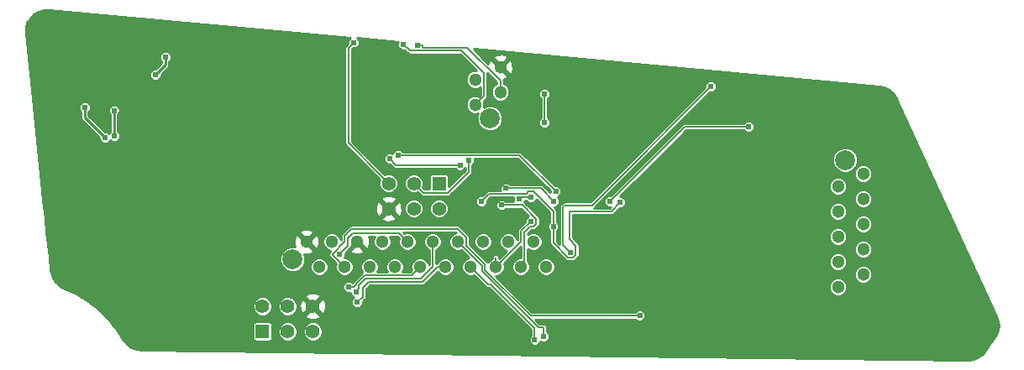
<source format=gbl>
G04 #@! TF.GenerationSoftware,KiCad,Pcbnew,5.0.2-bee76a0~70~ubuntu18.04.1*
G04 #@! TF.CreationDate,2019-04-15T21:30:03-04:00*
G04 #@! TF.ProjectId,dashboard_mk4_rev4,64617368-626f-4617-9264-5f6d6b345f72,6.0*
G04 #@! TF.SameCoordinates,Original*
G04 #@! TF.FileFunction,Copper,L2,Bot*
G04 #@! TF.FilePolarity,Positive*
%FSLAX46Y46*%
G04 Gerber Fmt 4.6, Leading zero omitted, Abs format (unit mm)*
G04 Created by KiCad (PCBNEW 5.0.2-bee76a0~70~ubuntu18.04.1) date Mon 15 Apr 2019 09:30:03 PM EDT*
%MOMM*%
%LPD*%
G01*
G04 APERTURE LIST*
G04 #@! TA.AperFunction,ComponentPad*
%ADD10C,2.000000*%
G04 #@! TD*
G04 #@! TA.AperFunction,ComponentPad*
%ADD11C,1.300000*%
G04 #@! TD*
G04 #@! TA.AperFunction,ComponentPad*
%ADD12C,1.400000*%
G04 #@! TD*
G04 #@! TA.AperFunction,ComponentPad*
%ADD13R,1.400000X1.400000*%
G04 #@! TD*
G04 #@! TA.AperFunction,ViaPad*
%ADD14C,0.609600*%
G04 #@! TD*
G04 #@! TA.AperFunction,Conductor*
%ADD15C,0.152400*%
G04 #@! TD*
G04 #@! TA.AperFunction,Conductor*
%ADD16C,0.254000*%
G04 #@! TD*
G04 APERTURE END LIST*
D10*
G04 #@! TO.P,J3,5*
G04 #@! TO.N,N/C*
X127865000Y-139322000D03*
D11*
G04 #@! TO.P,J3,4*
G04 #@! TO.N,GND*
X128905000Y-134112000D03*
G04 #@! TO.P,J3,2*
G04 #@! TO.N,/SDA*
X128905000Y-136652000D03*
G04 #@! TO.P,J3,1*
G04 #@! TO.N,/SCL*
X126365000Y-137922000D03*
G04 #@! TO.P,J3,3*
G04 #@! TO.N,VCC*
X126365000Y-135382000D03*
G04 #@! TD*
D12*
G04 #@! TO.P,J4,6*
G04 #@! TO.N,GND*
X117659969Y-148419501D03*
G04 #@! TO.P,J4,5*
G04 #@! TO.N,/RESET_2*
X117659969Y-145879501D03*
G04 #@! TO.P,J4,4*
G04 #@! TO.N,/MOSI_2*
X120199969Y-148419501D03*
G04 #@! TO.P,J4,3*
G04 #@! TO.N,/SCK_2*
X120199969Y-145879501D03*
G04 #@! TO.P,J4,2*
G04 #@! TO.N,VCC*
X122739969Y-148419501D03*
D13*
G04 #@! TO.P,J4,1*
G04 #@! TO.N,/MISO_2*
X122739969Y-145879501D03*
G04 #@! TD*
D12*
G04 #@! TO.P,J5,6*
G04 #@! TO.N,GND*
X110012030Y-158274700D03*
G04 #@! TO.P,J5,5*
G04 #@! TO.N,/RESET*
X110012030Y-160814700D03*
G04 #@! TO.P,J5,4*
G04 #@! TO.N,/MOSI*
X107472030Y-158274700D03*
G04 #@! TO.P,J5,3*
G04 #@! TO.N,/SCK*
X107472030Y-160814700D03*
G04 #@! TO.P,J5,2*
G04 #@! TO.N,VCC*
X104932030Y-158274700D03*
D13*
G04 #@! TO.P,J5,1*
G04 #@! TO.N,/MISO*
X104932030Y-160814700D03*
G04 #@! TD*
D10*
G04 #@! TO.P,J1,11*
G04 #@! TO.N,N/C*
X163681000Y-143507000D03*
D11*
G04 #@! TO.P,J1,10*
G04 #@! TO.N,Net-(J1-Pad10)*
X162941000Y-156337000D03*
G04 #@! TO.P,J1,9*
G04 #@! TO.N,Net-(J1-Pad9)*
X165481000Y-155067000D03*
G04 #@! TO.P,J1,8*
G04 #@! TO.N,Net-(J1-Pad8)*
X162941000Y-153797000D03*
G04 #@! TO.P,J1,6*
G04 #@! TO.N,Net-(J1-Pad6)*
X162941000Y-151257000D03*
G04 #@! TO.P,J1,4*
G04 #@! TO.N,Net-(J1-Pad4)*
X162941000Y-148717000D03*
G04 #@! TO.P,J1,2*
G04 #@! TO.N,Net-(J1-Pad2)*
X162941000Y-146177000D03*
G04 #@! TO.P,J1,7*
G04 #@! TO.N,Net-(J1-Pad7)*
X165481000Y-152527000D03*
G04 #@! TO.P,J1,1*
G04 #@! TO.N,Net-(J1-Pad1)*
X165481000Y-144907000D03*
G04 #@! TO.P,J1,3*
G04 #@! TO.N,Net-(J1-Pad3)*
X165481000Y-147447000D03*
G04 #@! TO.P,J1,5*
G04 #@! TO.N,Net-(J1-Pad5)*
X165481000Y-149987000D03*
G04 #@! TD*
G04 #@! TO.P,J2,5*
G04 #@! TO.N,GND*
X114459570Y-151744360D03*
G04 #@! TO.P,J2,3*
G04 #@! TO.N,VCC*
X111919570Y-151744360D03*
G04 #@! TO.P,J2,1*
G04 #@! TO.N,GND*
X109379570Y-151744360D03*
G04 #@! TO.P,J2,7*
G04 #@! TO.N,/CANL*
X116999570Y-151744360D03*
G04 #@! TO.P,J2,2*
G04 #@! TO.N,+12V*
X110649570Y-154284360D03*
G04 #@! TO.P,J2,4*
G04 #@! TO.N,/STR_POT_SENSE*
X113189570Y-154284360D03*
G04 #@! TO.P,J2,6*
G04 #@! TO.N,/CANH*
X115729570Y-154284360D03*
G04 #@! TO.P,J2,8*
G04 #@! TO.N,VCC*
X118269570Y-154284360D03*
G04 #@! TO.P,J2,9*
G04 #@! TO.N,/MOSI*
X119539570Y-151744360D03*
G04 #@! TO.P,J2,10*
G04 #@! TO.N,/MISO*
X120809570Y-154284360D03*
G04 #@! TO.P,J2,11*
G04 #@! TO.N,/SCK*
X122079570Y-151744360D03*
G04 #@! TO.P,J2,12*
G04 #@! TO.N,/RESET*
X123349570Y-154284360D03*
G04 #@! TO.P,J2,13*
G04 #@! TO.N,/RJLED1*
X124619570Y-151744360D03*
G04 #@! TO.P,J2,14*
G04 #@! TO.N,/RJLED2*
X125889570Y-154284360D03*
G04 #@! TO.P,J2,15*
G04 #@! TO.N,/LED_START*
X127159570Y-151744360D03*
G04 #@! TO.P,J2,16*
G04 #@! TO.N,/LED_BMS*
X128429570Y-154284360D03*
G04 #@! TO.P,J2,17*
G04 #@! TO.N,/LED_IMD*
X129699570Y-151744360D03*
G04 #@! TO.P,J2,18*
G04 #@! TO.N,/START_BTN*
X130969570Y-154284360D03*
G04 #@! TO.P,J2,19*
G04 #@! TO.N,/RTD_BUZZER*
X132239570Y-151744360D03*
G04 #@! TO.P,J2,20*
G04 #@! TO.N,Net-(J2-Pad20)*
X133509570Y-154284360D03*
D10*
G04 #@! TO.P,J2,21*
G04 #@! TO.N,N/C*
X107979570Y-153544360D03*
G04 #@! TD*
D14*
G04 #@! TO.N,GND*
X105296097Y-154203998D03*
X89548094Y-154711999D03*
X100216096Y-137947999D03*
X102502098Y-137947996D03*
X102502096Y-136169999D03*
X100216098Y-136170000D03*
X85230096Y-147599998D03*
X84976100Y-142773997D03*
X83960098Y-143789998D03*
X84976097Y-144805997D03*
X83960098Y-145821999D03*
X84976097Y-146584000D03*
X83960098Y-147600002D03*
X105042095Y-148616001D03*
X99454097Y-156235997D03*
X117233250Y-161091561D03*
X127891090Y-160454021D03*
X135869230Y-154533281D03*
X140054599Y-160756792D03*
X140514890Y-140197521D03*
X150752198Y-137446870D03*
X147795897Y-134440281D03*
X108051151Y-148343302D03*
X106203070Y-136325934D03*
X114185249Y-136285921D03*
X149225000Y-158750000D03*
X109855000Y-132715000D03*
X154170523Y-152481872D03*
X148717000Y-149606000D03*
X114114368Y-137922000D03*
X112522000Y-141224000D03*
X112014000Y-132080000D03*
X125476000Y-136525000D03*
G04 #@! TO.N,/MISO*
X113642140Y-156324300D03*
G04 #@! TO.N,/SCK*
X114360960Y-156832300D03*
G04 #@! TO.N,Net-(C5-Pad2)*
X89967195Y-138501902D03*
X90017996Y-141092700D03*
G04 #@! TO.N,Net-(C11-Pad1)*
X89040096Y-141249999D03*
X87008098Y-138202001D03*
G04 #@! TO.N,Net-(R3-Pad2)*
X94120099Y-134900000D03*
X95136098Y-133121997D03*
G04 #@! TO.N,/STR_POT_SENSE*
X142963450Y-159229742D03*
G04 #@! TO.N,/MOSI*
X112695906Y-153036354D03*
G04 #@! TO.N,/RESET*
X134291890Y-147675280D03*
X129486209Y-146369721D03*
X129486209Y-146369721D03*
X114477800Y-157871160D03*
G04 #@! TO.N,/RJLED1*
X133268271Y-161312542D03*
G04 #@! TO.N,/RJLED2*
X132371651Y-161688461D03*
G04 #@! TO.N,/LED_START*
X132016049Y-147243481D03*
X130786690Y-147467001D03*
G04 #@! TO.N,/LED_BMS*
X131995729Y-149681880D03*
G04 #@! TO.N,/START_BTN*
X128998529Y-148061362D03*
X128998529Y-148061362D03*
G04 #@! TO.N,/SCL*
X119135212Y-131822694D03*
G04 #@! TO.N,/SDA*
X120523000Y-131953000D03*
G04 #@! TO.N,/SCK_2*
X125727011Y-143542701D03*
G04 #@! TO.N,/RESET_2*
X114109050Y-131650420D03*
G04 #@! TO.N,/PWM_1*
X135991151Y-152834022D03*
X150132559Y-136101629D03*
G04 #@! TO.N,/PWM_0*
X139973871Y-147705761D03*
X153943781Y-140149927D03*
G04 #@! TO.N,/RTD_BUZZER*
X133350000Y-139700000D03*
X133350000Y-136842091D03*
G04 #@! TO.N,/INFO2*
X134493000Y-146685000D03*
X118618956Y-143023174D03*
G04 #@! TO.N,/INFO1*
X141002973Y-147795027D03*
X134239000Y-150241000D03*
X117729000Y-143383000D03*
X124841000Y-144018000D03*
X127000000Y-147701000D03*
G04 #@! TD*
D15*
G04 #@! TO.N,/MISO*
X120809570Y-154284360D02*
X119930969Y-155162961D01*
X113642140Y-156324300D02*
X114137440Y-156324300D01*
X114360949Y-156003712D02*
X115201700Y-155162961D01*
X114360949Y-156100791D02*
X114360949Y-156003712D01*
X114137440Y-156324300D02*
X114360949Y-156100791D01*
X119930969Y-155162961D02*
X115201700Y-155162961D01*
G04 #@! TO.N,/SCK*
X114665759Y-156527501D02*
X114665759Y-156146501D01*
X114360960Y-156832300D02*
X114665759Y-156527501D01*
X114665759Y-156146501D02*
X115331240Y-155481020D01*
X122079570Y-152663598D02*
X122079570Y-151744360D01*
X120913240Y-155481020D02*
X122079570Y-154314690D01*
X122079570Y-154314690D02*
X122079570Y-152663598D01*
X115331240Y-155481020D02*
X120913240Y-155481020D01*
D16*
G04 #@! TO.N,Net-(C5-Pad2)*
X89967197Y-141041900D02*
X90017996Y-141092700D01*
X89967195Y-138501902D02*
X89967197Y-141041900D01*
G04 #@! TO.N,Net-(C11-Pad1)*
X87008096Y-139217999D02*
X89040096Y-141249999D01*
X87008098Y-138202001D02*
X87008096Y-139217999D01*
G04 #@! TO.N,Net-(R3-Pad2)*
X95136099Y-133884001D02*
X94120099Y-134900000D01*
X95136098Y-133121997D02*
X95136099Y-133884001D01*
D15*
G04 #@! TO.N,/STR_POT_SENSE*
X125498171Y-151429720D02*
X125498172Y-151322632D01*
X125498171Y-151322631D02*
X125498171Y-151429720D01*
X113207790Y-151147790D02*
X113906300Y-150449280D01*
X113207790Y-151756470D02*
X113207790Y-151147790D01*
X113906300Y-150449280D02*
X124624820Y-150449280D01*
X111980850Y-152983410D02*
X113207790Y-151756470D01*
X124624820Y-150449280D02*
X125498171Y-151322631D01*
X111980850Y-153075640D02*
X111980850Y-152983410D01*
X113189570Y-154284360D02*
X111980850Y-153075640D01*
X125498170Y-151535842D02*
X125498171Y-151429720D01*
X125498170Y-152191894D02*
X125498170Y-151535842D01*
X127352619Y-154046343D02*
X125498170Y-152191894D01*
X127352619Y-154626199D02*
X127352619Y-154046343D01*
X142963450Y-159229742D02*
X131956162Y-159229742D01*
X131956162Y-159229742D02*
X127352619Y-154626199D01*
G04 #@! TO.N,/MOSI*
X112796320Y-152900380D02*
X113101119Y-152595581D01*
X113000705Y-152695995D02*
X113101119Y-152595581D01*
X113512600Y-151391000D02*
X113512600Y-152184100D01*
X114037841Y-150865759D02*
X113512600Y-151391000D01*
X113512600Y-152184100D02*
X113101119Y-152595581D01*
X118660969Y-150865759D02*
X114037841Y-150865759D01*
X119539570Y-151744360D02*
X118660969Y-150865759D01*
G04 #@! TO.N,/RESET*
X134291890Y-147675280D02*
X132986331Y-146369721D01*
X131931725Y-146369721D02*
X129486209Y-146369721D01*
X132986331Y-146369721D02*
X131931725Y-146369721D01*
X123349571Y-154284361D02*
X123251015Y-154284361D01*
X114477800Y-157871160D02*
X115023900Y-157325060D01*
X115023900Y-157325060D02*
X115023900Y-156387800D01*
X115625870Y-155785830D02*
X121089410Y-155785830D01*
X115023900Y-156387800D02*
X115625870Y-155785830D01*
X121089410Y-155785830D02*
X122567700Y-154307540D01*
X123326390Y-154307540D02*
X123349570Y-154284360D01*
X122567700Y-154307540D02*
X123326390Y-154307540D01*
G04 #@! TO.N,/RJLED1*
X125269570Y-152394360D02*
X124619570Y-151744360D01*
X127047810Y-154172600D02*
X124619570Y-151744360D01*
X127047810Y-154752457D02*
X127047810Y-154172600D01*
X132718747Y-160423392D02*
X127047810Y-154752457D01*
X133268271Y-160423392D02*
X132718747Y-160423392D01*
X133268271Y-161312542D02*
X133268271Y-160423392D01*
G04 #@! TO.N,/RJLED2*
X132371651Y-161688461D02*
X132371651Y-160507361D01*
X132371651Y-160507361D02*
X127941890Y-156077601D01*
X127682811Y-156077601D02*
X125889570Y-154284360D01*
X127941890Y-156077601D02*
X127682811Y-156077601D01*
G04 #@! TO.N,/LED_START*
X132016049Y-147243481D02*
X131010210Y-147243481D01*
X131010210Y-147243481D02*
X130786690Y-147467001D01*
G04 #@! TO.N,/LED_BMS*
X129079569Y-153634361D02*
X128429570Y-154284360D01*
X130992870Y-151721060D02*
X129079569Y-153634361D01*
X130992870Y-150684739D02*
X130992870Y-151721060D01*
X131995729Y-149681880D02*
X130992870Y-150684739D01*
X128429571Y-153365122D02*
X128429571Y-154284361D01*
G04 #@! TO.N,/START_BTN*
X132529130Y-149425849D02*
X131164643Y-148061362D01*
X132529130Y-149937913D02*
X132529130Y-149425849D01*
X130969570Y-154284360D02*
X130969570Y-154018430D01*
X131297680Y-150810995D02*
X131893394Y-150215281D01*
X130969570Y-154018430D02*
X131297680Y-153690320D01*
X132251762Y-150215281D02*
X132529130Y-149937913D01*
X131297680Y-153690320D02*
X131297680Y-150810995D01*
X131164643Y-148061362D02*
X128998529Y-148061362D01*
X131893394Y-150215281D02*
X132251762Y-150215281D01*
G04 #@! TO.N,/SCL*
X127243601Y-134736601D02*
X127243601Y-137043399D01*
X127014999Y-137272001D02*
X126365000Y-137922000D01*
X119798919Y-132486401D02*
X124993401Y-132486401D01*
X127243601Y-137043399D02*
X127014999Y-137272001D01*
X124993401Y-132486401D02*
X127243601Y-134736601D01*
X119135212Y-131822694D02*
X119798919Y-132486401D01*
G04 #@! TO.N,/SDA*
X125585046Y-132189046D02*
X128905000Y-135509000D01*
X125504363Y-132181591D02*
X125585046Y-132189046D01*
X128905000Y-135509000D02*
X128905000Y-136652000D01*
X121182643Y-132181591D02*
X125504363Y-132181591D01*
X120523000Y-131953000D02*
X120954052Y-131953000D01*
X120954052Y-131953000D02*
X121182643Y-132181591D01*
G04 #@! TO.N,/SCK_2*
X125727011Y-143973753D02*
X125727011Y-143542701D01*
X125727011Y-144703941D02*
X125727011Y-143973753D01*
X123622850Y-146808102D02*
X125727011Y-144703941D01*
X121128570Y-146808102D02*
X123622850Y-146808102D01*
X120199969Y-145879501D02*
X121128570Y-146808102D01*
G04 #@! TO.N,/RESET_2*
X116959971Y-145179502D02*
X117659970Y-145879501D01*
X113580968Y-141800500D02*
X116959971Y-145179502D01*
X113580968Y-132178502D02*
X113580968Y-141800500D01*
X114109050Y-131650420D02*
X113580968Y-132178502D01*
G04 #@! TO.N,/PWM_1*
X135991151Y-152834022D02*
X135241840Y-152084710D01*
X138152188Y-148082000D02*
X139168188Y-147066000D01*
X139041188Y-147193000D02*
X139168188Y-147066000D01*
X139168188Y-147066000D02*
X150132559Y-136101629D01*
X135509000Y-148082000D02*
X135368840Y-148082000D01*
X135241840Y-152084710D02*
X135241840Y-148209000D01*
X135368840Y-148082000D02*
X135241840Y-148209000D01*
X135509000Y-148082000D02*
X138152188Y-148082000D01*
G04 #@! TO.N,/PWM_0*
X147529705Y-140149927D02*
X153943781Y-140149927D01*
X139973871Y-147705761D02*
X147529705Y-140149927D01*
G04 #@! TO.N,/RTD_BUZZER*
X133350000Y-139700000D02*
X133350000Y-137160000D01*
X133350000Y-137160000D02*
X133350000Y-136842091D01*
G04 #@! TO.N,/INFO2*
X118632830Y-143009300D02*
X118618956Y-143023174D01*
X134493000Y-146685000D02*
X130817300Y-143009300D01*
X130817300Y-143009300D02*
X118632830Y-143009300D01*
G04 #@! TO.N,/INFO1*
X141002973Y-147795027D02*
X140081000Y-148717000D01*
X140081000Y-148717000D02*
X135890000Y-148717000D01*
X134239000Y-151871305D02*
X134239000Y-150241000D01*
X135890000Y-148717000D02*
X135890000Y-151511000D01*
X135890000Y-151511000D02*
X136524552Y-152145552D01*
X136524552Y-152145552D02*
X136524552Y-153090055D01*
X136247184Y-153367423D02*
X135735118Y-153367423D01*
X135735118Y-153367423D02*
X134239000Y-151871305D01*
X136524552Y-153090055D02*
X136247184Y-153367423D01*
X117729000Y-143383000D02*
X118364000Y-144018000D01*
X118364000Y-144018000D02*
X124841000Y-144018000D01*
X134239000Y-149809948D02*
X134239000Y-150241000D01*
X134239000Y-148676998D02*
X134239000Y-149809948D01*
X132272082Y-146710080D02*
X134239000Y-148676998D01*
X131760016Y-146710080D02*
X132272082Y-146710080D01*
X131536496Y-146933600D02*
X131760016Y-146710080D01*
X127767400Y-146933600D02*
X131536496Y-146933600D01*
X127000000Y-147701000D02*
X127767400Y-146933600D01*
G04 #@! TD*
D16*
G04 #@! TO.N,GND*
G36*
X113786064Y-131151871D02*
X113778127Y-131155159D01*
X113613789Y-131319497D01*
X113524850Y-131534215D01*
X113524850Y-131731726D01*
X113354283Y-131902293D01*
X113324595Y-131922130D01*
X113304759Y-131951817D01*
X113304758Y-131951818D01*
X113246001Y-132039755D01*
X113218402Y-132178502D01*
X113225368Y-132213522D01*
X113225369Y-141765475D01*
X113218402Y-141800500D01*
X113246001Y-141939247D01*
X113304758Y-142027184D01*
X113304760Y-142027186D01*
X113324596Y-142056873D01*
X113354283Y-142076709D01*
X116683761Y-145406186D01*
X116763074Y-145485499D01*
X116680569Y-145684686D01*
X116680569Y-146074316D01*
X116829673Y-146434287D01*
X117105183Y-146709797D01*
X117465154Y-146858901D01*
X117854784Y-146858901D01*
X118214755Y-146709797D01*
X118490265Y-146434287D01*
X118639369Y-146074316D01*
X118639369Y-145684686D01*
X118490265Y-145324715D01*
X118214755Y-145049205D01*
X117854784Y-144900101D01*
X117465154Y-144900101D01*
X117265969Y-144982606D01*
X117186655Y-144903292D01*
X113936568Y-141653206D01*
X113936568Y-132325796D01*
X114027744Y-132234620D01*
X114225255Y-132234620D01*
X114439973Y-132145681D01*
X114604311Y-131981343D01*
X114693250Y-131766625D01*
X114693250Y-131534215D01*
X114604311Y-131319497D01*
X114502917Y-131218103D01*
X118596640Y-131596333D01*
X118551012Y-131706489D01*
X118551012Y-131938899D01*
X118639951Y-132153617D01*
X118804289Y-132317955D01*
X119019007Y-132406894D01*
X119216518Y-132406894D01*
X119522708Y-132713084D01*
X119542546Y-132742774D01*
X119660171Y-132821368D01*
X119763899Y-132842001D01*
X119763903Y-132842001D01*
X119798918Y-132848966D01*
X119833933Y-132842001D01*
X124846107Y-132842001D01*
X126456706Y-134452600D01*
X126180131Y-134452600D01*
X125838537Y-134594093D01*
X125577093Y-134855537D01*
X125435600Y-135197131D01*
X125435600Y-135566869D01*
X125577093Y-135908463D01*
X125838537Y-136169907D01*
X126180131Y-136311400D01*
X126549869Y-136311400D01*
X126888002Y-136171341D01*
X126888002Y-136896104D01*
X126788313Y-136995792D01*
X126788314Y-136995792D01*
X126720732Y-137063374D01*
X126549869Y-136992600D01*
X126180131Y-136992600D01*
X125838537Y-137134093D01*
X125577093Y-137395537D01*
X125435600Y-137737131D01*
X125435600Y-138106869D01*
X125577093Y-138448463D01*
X125838537Y-138709907D01*
X126180131Y-138851400D01*
X126549869Y-138851400D01*
X126701056Y-138788776D01*
X126585600Y-139067512D01*
X126585600Y-139576488D01*
X126780377Y-140046722D01*
X127140278Y-140406623D01*
X127610512Y-140601400D01*
X128119488Y-140601400D01*
X128589722Y-140406623D01*
X128949623Y-140046722D01*
X129144400Y-139576488D01*
X129144400Y-139067512D01*
X128949623Y-138597278D01*
X128589722Y-138237377D01*
X128119488Y-138042600D01*
X127610512Y-138042600D01*
X127261066Y-138187345D01*
X127294400Y-138106869D01*
X127294400Y-137737131D01*
X127223626Y-137566268D01*
X127291208Y-137498686D01*
X127470286Y-137319609D01*
X127499974Y-137299772D01*
X127578568Y-137182147D01*
X127599201Y-137078419D01*
X127606167Y-137043400D01*
X127599201Y-137008380D01*
X127599201Y-134771615D01*
X127606166Y-134736600D01*
X127600321Y-134707216D01*
X128549400Y-135656295D01*
X128549400Y-135793319D01*
X128378537Y-135864093D01*
X128117093Y-136125537D01*
X127975600Y-136467131D01*
X127975600Y-136836869D01*
X128117093Y-137178463D01*
X128378537Y-137439907D01*
X128720131Y-137581400D01*
X129089869Y-137581400D01*
X129431463Y-137439907D01*
X129692907Y-137178463D01*
X129834400Y-136836869D01*
X129834400Y-136725886D01*
X132765800Y-136725886D01*
X132765800Y-136958296D01*
X132854739Y-137173014D01*
X132994401Y-137312676D01*
X132994400Y-139229416D01*
X132854739Y-139369077D01*
X132765800Y-139583795D01*
X132765800Y-139816205D01*
X132854739Y-140030923D01*
X133019077Y-140195261D01*
X133233795Y-140284200D01*
X133466205Y-140284200D01*
X133680923Y-140195261D01*
X133845261Y-140030923D01*
X133934200Y-139816205D01*
X133934200Y-139583795D01*
X133845261Y-139369077D01*
X133705600Y-139229416D01*
X133705600Y-137312675D01*
X133845261Y-137173014D01*
X133934200Y-136958296D01*
X133934200Y-136725886D01*
X133845261Y-136511168D01*
X133680923Y-136346830D01*
X133466205Y-136257891D01*
X133233795Y-136257891D01*
X133019077Y-136346830D01*
X132854739Y-136511168D01*
X132765800Y-136725886D01*
X129834400Y-136725886D01*
X129834400Y-136467131D01*
X129692907Y-136125537D01*
X129431463Y-135864093D01*
X129260600Y-135793319D01*
X129260600Y-135544020D01*
X129267566Y-135509000D01*
X129241352Y-135377215D01*
X129568729Y-135241611D01*
X129624410Y-135011016D01*
X128905000Y-134291605D01*
X128890858Y-134305748D01*
X128711253Y-134126143D01*
X128725395Y-134112000D01*
X129084605Y-134112000D01*
X129804016Y-134831410D01*
X130034611Y-134775729D01*
X130202622Y-134292922D01*
X130173083Y-133782572D01*
X130034611Y-133448271D01*
X129804016Y-133392590D01*
X129084605Y-134112000D01*
X128725395Y-134112000D01*
X128005984Y-133392590D01*
X127775389Y-133448271D01*
X127664842Y-133765947D01*
X127111879Y-133212984D01*
X128185590Y-133212984D01*
X128905000Y-133932395D01*
X129624410Y-133212984D01*
X129568729Y-132982389D01*
X129085922Y-132814378D01*
X128575572Y-132843917D01*
X128241271Y-132982389D01*
X128185590Y-133212984D01*
X127111879Y-133212984D01*
X126197488Y-132298594D01*
X167026593Y-136070897D01*
X167578143Y-136192958D01*
X168060551Y-136437473D01*
X168466992Y-136794272D01*
X168783245Y-137257512D01*
X168815830Y-137324554D01*
X178912547Y-159254929D01*
X179082615Y-159793616D01*
X179112062Y-160333646D01*
X179006285Y-160864036D01*
X178764868Y-161366141D01*
X178668219Y-161503083D01*
X178668074Y-161503272D01*
X178667777Y-161503710D01*
X178663818Y-161509319D01*
X178663274Y-161510342D01*
X178662784Y-161511063D01*
X178655015Y-161521352D01*
X177920493Y-162603924D01*
X177565813Y-163057782D01*
X177137276Y-163387720D01*
X176640152Y-163600718D01*
X176085636Y-163686495D01*
X176016132Y-163687046D01*
X92757581Y-162694678D01*
X92198023Y-162617203D01*
X91697573Y-162412129D01*
X91263851Y-162089043D01*
X90911366Y-161652471D01*
X90874091Y-161589388D01*
X90872382Y-161587183D01*
X90868084Y-161579561D01*
X90261326Y-160620433D01*
X90260500Y-160619282D01*
X90259803Y-160618045D01*
X90237430Y-160586848D01*
X89861251Y-160114700D01*
X103947157Y-160114700D01*
X103947157Y-161514700D01*
X103968842Y-161623716D01*
X104030594Y-161716136D01*
X104123014Y-161777888D01*
X104232030Y-161799573D01*
X105632030Y-161799573D01*
X105741046Y-161777888D01*
X105833466Y-161716136D01*
X105895218Y-161623716D01*
X105916903Y-161514700D01*
X105916903Y-160619885D01*
X106492630Y-160619885D01*
X106492630Y-161009515D01*
X106641734Y-161369486D01*
X106917244Y-161644996D01*
X107277215Y-161794100D01*
X107666845Y-161794100D01*
X108026816Y-161644996D01*
X108302326Y-161369486D01*
X108451430Y-161009515D01*
X108451430Y-160619885D01*
X109032630Y-160619885D01*
X109032630Y-161009515D01*
X109181734Y-161369486D01*
X109457244Y-161644996D01*
X109817215Y-161794100D01*
X110206845Y-161794100D01*
X110566816Y-161644996D01*
X110842326Y-161369486D01*
X110991430Y-161009515D01*
X110991430Y-160619885D01*
X110842326Y-160259914D01*
X110566816Y-159984404D01*
X110206845Y-159835300D01*
X109817215Y-159835300D01*
X109457244Y-159984404D01*
X109181734Y-160259914D01*
X109032630Y-160619885D01*
X108451430Y-160619885D01*
X108302326Y-160259914D01*
X108026816Y-159984404D01*
X107666845Y-159835300D01*
X107277215Y-159835300D01*
X106917244Y-159984404D01*
X106641734Y-160259914D01*
X106492630Y-160619885D01*
X105916903Y-160619885D01*
X105916903Y-160114700D01*
X105895218Y-160005684D01*
X105833466Y-159913264D01*
X105741046Y-159851512D01*
X105632030Y-159829827D01*
X104232030Y-159829827D01*
X104123014Y-159851512D01*
X104030594Y-159913264D01*
X103968842Y-160005684D01*
X103947157Y-160114700D01*
X89861251Y-160114700D01*
X89414271Y-159553690D01*
X89412277Y-159551467D01*
X89410521Y-159549059D01*
X89384662Y-159520685D01*
X88446585Y-158590621D01*
X88444354Y-158588654D01*
X88442321Y-158586458D01*
X88413327Y-158561295D01*
X87798352Y-158079885D01*
X103952630Y-158079885D01*
X103952630Y-158469515D01*
X104101734Y-158829486D01*
X104377244Y-159104996D01*
X104737215Y-159254100D01*
X105126845Y-159254100D01*
X105486816Y-159104996D01*
X105762326Y-158829486D01*
X105911430Y-158469515D01*
X105911430Y-158079885D01*
X106492630Y-158079885D01*
X106492630Y-158469515D01*
X106641734Y-158829486D01*
X106917244Y-159104996D01*
X107277215Y-159254100D01*
X107666845Y-159254100D01*
X107773372Y-159209975D01*
X109256361Y-159209975D01*
X109318199Y-159445742D01*
X109819152Y-159622119D01*
X110349470Y-159593364D01*
X110705861Y-159445742D01*
X110767699Y-159209975D01*
X110012030Y-158454305D01*
X109256361Y-159209975D01*
X107773372Y-159209975D01*
X108026816Y-159104996D01*
X108302326Y-158829486D01*
X108451430Y-158469515D01*
X108451430Y-158081822D01*
X108664611Y-158081822D01*
X108693366Y-158612140D01*
X108840988Y-158968531D01*
X109076755Y-159030369D01*
X109832425Y-158274700D01*
X110191635Y-158274700D01*
X110947305Y-159030369D01*
X111183072Y-158968531D01*
X111359449Y-158467578D01*
X111330694Y-157937260D01*
X111183072Y-157580869D01*
X110947305Y-157519031D01*
X110191635Y-158274700D01*
X109832425Y-158274700D01*
X109076755Y-157519031D01*
X108840988Y-157580869D01*
X108664611Y-158081822D01*
X108451430Y-158081822D01*
X108451430Y-158079885D01*
X108302326Y-157719914D01*
X108026816Y-157444404D01*
X107773373Y-157339425D01*
X109256361Y-157339425D01*
X110012030Y-158095095D01*
X110767699Y-157339425D01*
X110705861Y-157103658D01*
X110204908Y-156927281D01*
X109674590Y-156956036D01*
X109318199Y-157103658D01*
X109256361Y-157339425D01*
X107773373Y-157339425D01*
X107666845Y-157295300D01*
X107277215Y-157295300D01*
X106917244Y-157444404D01*
X106641734Y-157719914D01*
X106492630Y-158079885D01*
X105911430Y-158079885D01*
X105762326Y-157719914D01*
X105486816Y-157444404D01*
X105126845Y-157295300D01*
X104737215Y-157295300D01*
X104377244Y-157444404D01*
X104101734Y-157719914D01*
X103952630Y-158079885D01*
X87798352Y-158079885D01*
X87373146Y-157747029D01*
X87370692Y-157745330D01*
X87368425Y-157743393D01*
X87336694Y-157721784D01*
X86208614Y-157034437D01*
X86205982Y-157033037D01*
X86203501Y-157031376D01*
X86169617Y-157013697D01*
X86169466Y-157013617D01*
X86169445Y-157013609D01*
X84980500Y-156467905D01*
X84502074Y-156208095D01*
X113057940Y-156208095D01*
X113057940Y-156440505D01*
X113146879Y-156655223D01*
X113311217Y-156819561D01*
X113525935Y-156908500D01*
X113758345Y-156908500D01*
X113776760Y-156900872D01*
X113776760Y-156948505D01*
X113865699Y-157163223D01*
X114030037Y-157327561D01*
X114146836Y-157375940D01*
X113982539Y-157540237D01*
X113893600Y-157754955D01*
X113893600Y-157987365D01*
X113982539Y-158202083D01*
X114146877Y-158366421D01*
X114361595Y-158455360D01*
X114594005Y-158455360D01*
X114808723Y-158366421D01*
X114973061Y-158202083D01*
X115062000Y-157987365D01*
X115062000Y-157789855D01*
X115250587Y-157601267D01*
X115280272Y-157581433D01*
X115300107Y-157551748D01*
X115300110Y-157551745D01*
X115358867Y-157463808D01*
X115386466Y-157325061D01*
X115379500Y-157290041D01*
X115379500Y-156535094D01*
X115773164Y-156141430D01*
X121054390Y-156141430D01*
X121089410Y-156148396D01*
X121124430Y-156141430D01*
X121228158Y-156120797D01*
X121345783Y-156042203D01*
X121365621Y-156012513D01*
X122564487Y-154813647D01*
X122823107Y-155072267D01*
X123164701Y-155213760D01*
X123534439Y-155213760D01*
X123876033Y-155072267D01*
X124137477Y-154810823D01*
X124278970Y-154469229D01*
X124278970Y-154099491D01*
X124137477Y-153757897D01*
X123876033Y-153496453D01*
X123534439Y-153354960D01*
X123164701Y-153354960D01*
X122823107Y-153496453D01*
X122561663Y-153757897D01*
X122476673Y-153963081D01*
X122435170Y-153971336D01*
X122435170Y-152603041D01*
X122606033Y-152532267D01*
X122867477Y-152270823D01*
X123008970Y-151929229D01*
X123008970Y-151559491D01*
X122867477Y-151217897D01*
X122606033Y-150956453D01*
X122264439Y-150814960D01*
X121894701Y-150814960D01*
X121553107Y-150956453D01*
X121291663Y-151217897D01*
X121150170Y-151559491D01*
X121150170Y-151929229D01*
X121291663Y-152270823D01*
X121553107Y-152532267D01*
X121723970Y-152603041D01*
X121723970Y-152698617D01*
X121723971Y-152698622D01*
X121723970Y-154063278D01*
X121597477Y-153757897D01*
X121336033Y-153496453D01*
X120994439Y-153354960D01*
X120624701Y-153354960D01*
X120283107Y-153496453D01*
X120021663Y-153757897D01*
X119880170Y-154099491D01*
X119880170Y-154469229D01*
X119950944Y-154640092D01*
X119783675Y-154807361D01*
X119058911Y-154807361D01*
X119198970Y-154469229D01*
X119198970Y-154099491D01*
X119057477Y-153757897D01*
X118796033Y-153496453D01*
X118454439Y-153354960D01*
X118084701Y-153354960D01*
X117743107Y-153496453D01*
X117481663Y-153757897D01*
X117340170Y-154099491D01*
X117340170Y-154469229D01*
X117480229Y-154807361D01*
X116518911Y-154807361D01*
X116658970Y-154469229D01*
X116658970Y-154099491D01*
X116517477Y-153757897D01*
X116256033Y-153496453D01*
X115914439Y-153354960D01*
X115544701Y-153354960D01*
X115203107Y-153496453D01*
X114941663Y-153757897D01*
X114800170Y-154099491D01*
X114800170Y-154469229D01*
X114941663Y-154810823D01*
X115000538Y-154869698D01*
X114945327Y-154906588D01*
X114925490Y-154936277D01*
X114134264Y-155727503D01*
X114104577Y-155747339D01*
X114084740Y-155777027D01*
X114084739Y-155777028D01*
X114068460Y-155801391D01*
X114025982Y-155864964D01*
X114023162Y-155879138D01*
X113973063Y-155829039D01*
X113758345Y-155740100D01*
X113525935Y-155740100D01*
X113311217Y-155829039D01*
X113146879Y-155993377D01*
X113057940Y-156208095D01*
X84502074Y-156208095D01*
X84474299Y-156193012D01*
X84078142Y-155824826D01*
X83785996Y-155369686D01*
X83611327Y-154841404D01*
X83583822Y-154658411D01*
X83439983Y-153289872D01*
X106700170Y-153289872D01*
X106700170Y-153798848D01*
X106894947Y-154269082D01*
X107254848Y-154628983D01*
X107725082Y-154823760D01*
X108234058Y-154823760D01*
X108704292Y-154628983D01*
X109064193Y-154269082D01*
X109134439Y-154099491D01*
X109720170Y-154099491D01*
X109720170Y-154469229D01*
X109861663Y-154810823D01*
X110123107Y-155072267D01*
X110464701Y-155213760D01*
X110834439Y-155213760D01*
X111176033Y-155072267D01*
X111437477Y-154810823D01*
X111578970Y-154469229D01*
X111578970Y-154099491D01*
X111437477Y-153757897D01*
X111176033Y-153496453D01*
X110834439Y-153354960D01*
X110464701Y-153354960D01*
X110123107Y-153496453D01*
X109861663Y-153757897D01*
X109720170Y-154099491D01*
X109134439Y-154099491D01*
X109258970Y-153798848D01*
X109258970Y-153289872D01*
X109149157Y-153024760D01*
X109198648Y-153041982D01*
X109708998Y-153012443D01*
X110043299Y-152873971D01*
X110098980Y-152643376D01*
X109379570Y-151923965D01*
X109365428Y-151938108D01*
X109185822Y-151758502D01*
X109199965Y-151744360D01*
X109559175Y-151744360D01*
X110278586Y-152463770D01*
X110509181Y-152408089D01*
X110677192Y-151925282D01*
X110656021Y-151559491D01*
X110990170Y-151559491D01*
X110990170Y-151929229D01*
X111131663Y-152270823D01*
X111393107Y-152532267D01*
X111734701Y-152673760D01*
X111787606Y-152673760D01*
X111754165Y-152707201D01*
X111724478Y-152727037D01*
X111704641Y-152756725D01*
X111704640Y-152756726D01*
X111685560Y-152785282D01*
X111645883Y-152844662D01*
X111645883Y-152844663D01*
X111618284Y-152983410D01*
X111625250Y-153018430D01*
X111625250Y-153040620D01*
X111618284Y-153075640D01*
X111645883Y-153214387D01*
X111676107Y-153259620D01*
X111724477Y-153332012D01*
X111754165Y-153351849D01*
X112330944Y-153928628D01*
X112260170Y-154099491D01*
X112260170Y-154469229D01*
X112401663Y-154810823D01*
X112663107Y-155072267D01*
X113004701Y-155213760D01*
X113374439Y-155213760D01*
X113716033Y-155072267D01*
X113977477Y-154810823D01*
X114118970Y-154469229D01*
X114118970Y-154099491D01*
X113977477Y-153757897D01*
X113716033Y-153496453D01*
X113374439Y-153354960D01*
X113196269Y-153354960D01*
X113280106Y-153152559D01*
X113280106Y-152920149D01*
X113279913Y-152919682D01*
X113377329Y-152822266D01*
X113377331Y-152822263D01*
X113556218Y-152643376D01*
X113740160Y-152643376D01*
X113795841Y-152873971D01*
X114278648Y-153041982D01*
X114788998Y-153012443D01*
X115123299Y-152873971D01*
X115178980Y-152643376D01*
X114459570Y-151923965D01*
X113740160Y-152643376D01*
X113556218Y-152643376D01*
X113739285Y-152460309D01*
X113768973Y-152440473D01*
X113791189Y-152407225D01*
X113847567Y-152322848D01*
X113875166Y-152184101D01*
X113869369Y-152154956D01*
X114279965Y-151744360D01*
X114265822Y-151730218D01*
X114445428Y-151550613D01*
X114459570Y-151564755D01*
X114473713Y-151550613D01*
X114653318Y-151730218D01*
X114639175Y-151744360D01*
X115358586Y-152463770D01*
X115589181Y-152408089D01*
X115757192Y-151925282D01*
X115727653Y-151414932D01*
X115647472Y-151221359D01*
X116210229Y-151221359D01*
X116070170Y-151559491D01*
X116070170Y-151929229D01*
X116211663Y-152270823D01*
X116473107Y-152532267D01*
X116814701Y-152673760D01*
X117184439Y-152673760D01*
X117526033Y-152532267D01*
X117787477Y-152270823D01*
X117928970Y-151929229D01*
X117928970Y-151559491D01*
X117788911Y-151221359D01*
X118513675Y-151221359D01*
X118680944Y-151388628D01*
X118610170Y-151559491D01*
X118610170Y-151929229D01*
X118751663Y-152270823D01*
X119013107Y-152532267D01*
X119354701Y-152673760D01*
X119724439Y-152673760D01*
X120066033Y-152532267D01*
X120327477Y-152270823D01*
X120468970Y-151929229D01*
X120468970Y-151559491D01*
X120327477Y-151217897D01*
X120066033Y-150956453D01*
X119724439Y-150814960D01*
X119354701Y-150814960D01*
X119183838Y-150885734D01*
X119102984Y-150804880D01*
X124477526Y-150804880D01*
X124487606Y-150814960D01*
X124434701Y-150814960D01*
X124093107Y-150956453D01*
X123831663Y-151217897D01*
X123690170Y-151559491D01*
X123690170Y-151929229D01*
X123831663Y-152270823D01*
X124093107Y-152532267D01*
X124434701Y-152673760D01*
X124804439Y-152673760D01*
X124975301Y-152602986D01*
X125042885Y-152670570D01*
X125042887Y-152670571D01*
X125727275Y-153354960D01*
X125704701Y-153354960D01*
X125363107Y-153496453D01*
X125101663Y-153757897D01*
X124960170Y-154099491D01*
X124960170Y-154469229D01*
X125101663Y-154810823D01*
X125363107Y-155072267D01*
X125704701Y-155213760D01*
X126074439Y-155213760D01*
X126245302Y-155142986D01*
X127406602Y-156304287D01*
X127426438Y-156333974D01*
X127456125Y-156353810D01*
X127456126Y-156353811D01*
X127544063Y-156412568D01*
X127682811Y-156440167D01*
X127717831Y-156433201D01*
X127794596Y-156433201D01*
X132016052Y-160654656D01*
X132016051Y-161217877D01*
X131876390Y-161357538D01*
X131787451Y-161572256D01*
X131787451Y-161804666D01*
X131876390Y-162019384D01*
X132040728Y-162183722D01*
X132255446Y-162272661D01*
X132487856Y-162272661D01*
X132702574Y-162183722D01*
X132866912Y-162019384D01*
X132952032Y-161813885D01*
X133152066Y-161896742D01*
X133384476Y-161896742D01*
X133599194Y-161807803D01*
X133763532Y-161643465D01*
X133852471Y-161428747D01*
X133852471Y-161196337D01*
X133763532Y-160981619D01*
X133623871Y-160841958D01*
X133623871Y-160458412D01*
X133630837Y-160423392D01*
X133603238Y-160284644D01*
X133524644Y-160167019D01*
X133407019Y-160088425D01*
X133375302Y-160082116D01*
X133268271Y-160060826D01*
X133233251Y-160067792D01*
X132866042Y-160067792D01*
X132383592Y-159585342D01*
X142492866Y-159585342D01*
X142632527Y-159725003D01*
X142847245Y-159813942D01*
X143079655Y-159813942D01*
X143294373Y-159725003D01*
X143458711Y-159560665D01*
X143547650Y-159345947D01*
X143547650Y-159113537D01*
X143458711Y-158898819D01*
X143294373Y-158734481D01*
X143079655Y-158645542D01*
X142847245Y-158645542D01*
X142632527Y-158734481D01*
X142492866Y-158874142D01*
X132103457Y-158874142D01*
X129381446Y-156152131D01*
X162011600Y-156152131D01*
X162011600Y-156521869D01*
X162153093Y-156863463D01*
X162414537Y-157124907D01*
X162756131Y-157266400D01*
X163125869Y-157266400D01*
X163467463Y-157124907D01*
X163728907Y-156863463D01*
X163870400Y-156521869D01*
X163870400Y-156152131D01*
X163728907Y-155810537D01*
X163467463Y-155549093D01*
X163125869Y-155407600D01*
X162756131Y-155407600D01*
X162414537Y-155549093D01*
X162153093Y-155810537D01*
X162011600Y-156152131D01*
X129381446Y-156152131D01*
X128443074Y-155213760D01*
X128614439Y-155213760D01*
X128956033Y-155072267D01*
X129217477Y-154810823D01*
X129358970Y-154469229D01*
X129358970Y-154099491D01*
X129288196Y-153928628D01*
X130942080Y-152274744D01*
X130942080Y-153354960D01*
X130784701Y-153354960D01*
X130443107Y-153496453D01*
X130181663Y-153757897D01*
X130040170Y-154099491D01*
X130040170Y-154469229D01*
X130181663Y-154810823D01*
X130443107Y-155072267D01*
X130784701Y-155213760D01*
X131154439Y-155213760D01*
X131496033Y-155072267D01*
X131757477Y-154810823D01*
X131898970Y-154469229D01*
X131898970Y-154099491D01*
X132580170Y-154099491D01*
X132580170Y-154469229D01*
X132721663Y-154810823D01*
X132983107Y-155072267D01*
X133324701Y-155213760D01*
X133694439Y-155213760D01*
X134036033Y-155072267D01*
X134226169Y-154882131D01*
X164551600Y-154882131D01*
X164551600Y-155251869D01*
X164693093Y-155593463D01*
X164954537Y-155854907D01*
X165296131Y-155996400D01*
X165665869Y-155996400D01*
X166007463Y-155854907D01*
X166268907Y-155593463D01*
X166410400Y-155251869D01*
X166410400Y-154882131D01*
X166268907Y-154540537D01*
X166007463Y-154279093D01*
X165665869Y-154137600D01*
X165296131Y-154137600D01*
X164954537Y-154279093D01*
X164693093Y-154540537D01*
X164551600Y-154882131D01*
X134226169Y-154882131D01*
X134297477Y-154810823D01*
X134438970Y-154469229D01*
X134438970Y-154099491D01*
X134297477Y-153757897D01*
X134036033Y-153496453D01*
X133694439Y-153354960D01*
X133324701Y-153354960D01*
X132983107Y-153496453D01*
X132721663Y-153757897D01*
X132580170Y-154099491D01*
X131898970Y-154099491D01*
X131757477Y-153757897D01*
X131653280Y-153653700D01*
X131653280Y-152472440D01*
X131713107Y-152532267D01*
X132054701Y-152673760D01*
X132424439Y-152673760D01*
X132766033Y-152532267D01*
X133027477Y-152270823D01*
X133168970Y-151929229D01*
X133168970Y-151559491D01*
X133027477Y-151217897D01*
X132766033Y-150956453D01*
X132424439Y-150814960D01*
X132054701Y-150814960D01*
X131713107Y-150956453D01*
X131653280Y-151016280D01*
X131653280Y-150958289D01*
X132040689Y-150570881D01*
X132216742Y-150570881D01*
X132251762Y-150577847D01*
X132286782Y-150570881D01*
X132390510Y-150550248D01*
X132508135Y-150471654D01*
X132527973Y-150441964D01*
X132755817Y-150214121D01*
X132785502Y-150194286D01*
X132805337Y-150164601D01*
X132805340Y-150164598D01*
X132864097Y-150076661D01*
X132891696Y-149937913D01*
X132884730Y-149902893D01*
X132884730Y-149460868D01*
X132891696Y-149425848D01*
X132864097Y-149287101D01*
X132805340Y-149199164D01*
X132805339Y-149199163D01*
X132785503Y-149169476D01*
X132755816Y-149149640D01*
X131440854Y-147834679D01*
X131421016Y-147804989D01*
X131309804Y-147730680D01*
X131364314Y-147599081D01*
X131545465Y-147599081D01*
X131685126Y-147738742D01*
X131899844Y-147827681D01*
X132132254Y-147827681D01*
X132346972Y-147738742D01*
X132511310Y-147574404D01*
X132547102Y-147487994D01*
X133883400Y-148824292D01*
X133883401Y-149770415D01*
X133743739Y-149910077D01*
X133654800Y-150124795D01*
X133654800Y-150357205D01*
X133743739Y-150571923D01*
X133883401Y-150711585D01*
X133883400Y-151836285D01*
X133876434Y-151871305D01*
X133904033Y-152010052D01*
X133953918Y-152084710D01*
X133982627Y-152127677D01*
X134012315Y-152147514D01*
X135458907Y-153594106D01*
X135478745Y-153623796D01*
X135596370Y-153702390D01*
X135700098Y-153723023D01*
X135700102Y-153723023D01*
X135735117Y-153729988D01*
X135770132Y-153723023D01*
X136212164Y-153723023D01*
X136247184Y-153729989D01*
X136282204Y-153723023D01*
X136385932Y-153702390D01*
X136503557Y-153623796D01*
X136511351Y-153612131D01*
X162011600Y-153612131D01*
X162011600Y-153981869D01*
X162153093Y-154323463D01*
X162414537Y-154584907D01*
X162756131Y-154726400D01*
X163125869Y-154726400D01*
X163467463Y-154584907D01*
X163728907Y-154323463D01*
X163870400Y-153981869D01*
X163870400Y-153612131D01*
X163728907Y-153270537D01*
X163467463Y-153009093D01*
X163125869Y-152867600D01*
X162756131Y-152867600D01*
X162414537Y-153009093D01*
X162153093Y-153270537D01*
X162011600Y-153612131D01*
X136511351Y-153612131D01*
X136523395Y-153594106D01*
X136751237Y-153366265D01*
X136780925Y-153346428D01*
X136831634Y-153270537D01*
X136859519Y-153228803D01*
X136887118Y-153090055D01*
X136880152Y-153055035D01*
X136880152Y-152342131D01*
X164551600Y-152342131D01*
X164551600Y-152711869D01*
X164693093Y-153053463D01*
X164954537Y-153314907D01*
X165296131Y-153456400D01*
X165665869Y-153456400D01*
X166007463Y-153314907D01*
X166268907Y-153053463D01*
X166410400Y-152711869D01*
X166410400Y-152342131D01*
X166268907Y-152000537D01*
X166007463Y-151739093D01*
X165665869Y-151597600D01*
X165296131Y-151597600D01*
X164954537Y-151739093D01*
X164693093Y-152000537D01*
X164551600Y-152342131D01*
X136880152Y-152342131D01*
X136880152Y-152180571D01*
X136887118Y-152145551D01*
X136859519Y-152006804D01*
X136800762Y-151918867D01*
X136800759Y-151918864D01*
X136780924Y-151889179D01*
X136751240Y-151869345D01*
X136245600Y-151363706D01*
X136245600Y-151072131D01*
X162011600Y-151072131D01*
X162011600Y-151441869D01*
X162153093Y-151783463D01*
X162414537Y-152044907D01*
X162756131Y-152186400D01*
X163125869Y-152186400D01*
X163467463Y-152044907D01*
X163728907Y-151783463D01*
X163870400Y-151441869D01*
X163870400Y-151072131D01*
X163728907Y-150730537D01*
X163467463Y-150469093D01*
X163125869Y-150327600D01*
X162756131Y-150327600D01*
X162414537Y-150469093D01*
X162153093Y-150730537D01*
X162011600Y-151072131D01*
X136245600Y-151072131D01*
X136245600Y-149802131D01*
X164551600Y-149802131D01*
X164551600Y-150171869D01*
X164693093Y-150513463D01*
X164954537Y-150774907D01*
X165296131Y-150916400D01*
X165665869Y-150916400D01*
X166007463Y-150774907D01*
X166268907Y-150513463D01*
X166410400Y-150171869D01*
X166410400Y-149802131D01*
X166268907Y-149460537D01*
X166007463Y-149199093D01*
X165665869Y-149057600D01*
X165296131Y-149057600D01*
X164954537Y-149199093D01*
X164693093Y-149460537D01*
X164551600Y-149802131D01*
X136245600Y-149802131D01*
X136245600Y-149072600D01*
X140045980Y-149072600D01*
X140081000Y-149079566D01*
X140116020Y-149072600D01*
X140219748Y-149051967D01*
X140337373Y-148973373D01*
X140357211Y-148943683D01*
X140768763Y-148532131D01*
X162011600Y-148532131D01*
X162011600Y-148901869D01*
X162153093Y-149243463D01*
X162414537Y-149504907D01*
X162756131Y-149646400D01*
X163125869Y-149646400D01*
X163467463Y-149504907D01*
X163728907Y-149243463D01*
X163870400Y-148901869D01*
X163870400Y-148532131D01*
X163728907Y-148190537D01*
X163467463Y-147929093D01*
X163125869Y-147787600D01*
X162756131Y-147787600D01*
X162414537Y-147929093D01*
X162153093Y-148190537D01*
X162011600Y-148532131D01*
X140768763Y-148532131D01*
X140921668Y-148379227D01*
X141119178Y-148379227D01*
X141333896Y-148290288D01*
X141498234Y-148125950D01*
X141587173Y-147911232D01*
X141587173Y-147678822D01*
X141498234Y-147464104D01*
X141333896Y-147299766D01*
X141243037Y-147262131D01*
X164551600Y-147262131D01*
X164551600Y-147631869D01*
X164693093Y-147973463D01*
X164954537Y-148234907D01*
X165296131Y-148376400D01*
X165665869Y-148376400D01*
X166007463Y-148234907D01*
X166268907Y-147973463D01*
X166410400Y-147631869D01*
X166410400Y-147262131D01*
X166268907Y-146920537D01*
X166007463Y-146659093D01*
X165665869Y-146517600D01*
X165296131Y-146517600D01*
X164954537Y-146659093D01*
X164693093Y-146920537D01*
X164551600Y-147262131D01*
X141243037Y-147262131D01*
X141119178Y-147210827D01*
X140971699Y-147210827D01*
X142190395Y-145992131D01*
X162011600Y-145992131D01*
X162011600Y-146361869D01*
X162153093Y-146703463D01*
X162414537Y-146964907D01*
X162756131Y-147106400D01*
X163125869Y-147106400D01*
X163467463Y-146964907D01*
X163728907Y-146703463D01*
X163870400Y-146361869D01*
X163870400Y-145992131D01*
X163728907Y-145650537D01*
X163467463Y-145389093D01*
X163125869Y-145247600D01*
X162756131Y-145247600D01*
X162414537Y-145389093D01*
X162153093Y-145650537D01*
X162011600Y-145992131D01*
X142190395Y-145992131D01*
X144930014Y-143252512D01*
X162401600Y-143252512D01*
X162401600Y-143761488D01*
X162596377Y-144231722D01*
X162956278Y-144591623D01*
X163426512Y-144786400D01*
X163935488Y-144786400D01*
X164090647Y-144722131D01*
X164551600Y-144722131D01*
X164551600Y-145091869D01*
X164693093Y-145433463D01*
X164954537Y-145694907D01*
X165296131Y-145836400D01*
X165665869Y-145836400D01*
X166007463Y-145694907D01*
X166268907Y-145433463D01*
X166410400Y-145091869D01*
X166410400Y-144722131D01*
X166268907Y-144380537D01*
X166007463Y-144119093D01*
X165665869Y-143977600D01*
X165296131Y-143977600D01*
X164954537Y-144119093D01*
X164693093Y-144380537D01*
X164551600Y-144722131D01*
X164090647Y-144722131D01*
X164405722Y-144591623D01*
X164765623Y-144231722D01*
X164960400Y-143761488D01*
X164960400Y-143252512D01*
X164765623Y-142782278D01*
X164405722Y-142422377D01*
X163935488Y-142227600D01*
X163426512Y-142227600D01*
X162956278Y-142422377D01*
X162596377Y-142782278D01*
X162401600Y-143252512D01*
X144930014Y-143252512D01*
X147677000Y-140505527D01*
X153473197Y-140505527D01*
X153612858Y-140645188D01*
X153827576Y-140734127D01*
X154059986Y-140734127D01*
X154274704Y-140645188D01*
X154439042Y-140480850D01*
X154527981Y-140266132D01*
X154527981Y-140033722D01*
X154439042Y-139819004D01*
X154274704Y-139654666D01*
X154059986Y-139565727D01*
X153827576Y-139565727D01*
X153612858Y-139654666D01*
X153473197Y-139794327D01*
X147564725Y-139794327D01*
X147529705Y-139787361D01*
X147390957Y-139814960D01*
X147355356Y-139838748D01*
X147273332Y-139893554D01*
X147253496Y-139923241D01*
X140055177Y-147121561D01*
X139857666Y-147121561D01*
X139642948Y-147210500D01*
X139478610Y-147374838D01*
X139389671Y-147589556D01*
X139389671Y-147821966D01*
X139478610Y-148036684D01*
X139642948Y-148201022D01*
X139857666Y-148289961D01*
X140005145Y-148289961D01*
X139933706Y-148361400D01*
X138374098Y-148361400D01*
X138408561Y-148338373D01*
X138428399Y-148308683D01*
X139444398Y-147292685D01*
X139444400Y-147292682D01*
X150051253Y-136685829D01*
X150248764Y-136685829D01*
X150463482Y-136596890D01*
X150627820Y-136432552D01*
X150716759Y-136217834D01*
X150716759Y-135985424D01*
X150627820Y-135770706D01*
X150463482Y-135606368D01*
X150248764Y-135517429D01*
X150016354Y-135517429D01*
X149801636Y-135606368D01*
X149637298Y-135770706D01*
X149548359Y-135985424D01*
X149548359Y-136182935D01*
X138941506Y-146789788D01*
X138941503Y-146789790D01*
X138004894Y-147726400D01*
X135403859Y-147726400D01*
X135368839Y-147719434D01*
X135313515Y-147730439D01*
X135230092Y-147747033D01*
X135112467Y-147825627D01*
X135092627Y-147855319D01*
X135015156Y-147932790D01*
X134985468Y-147952627D01*
X134965632Y-147982314D01*
X134965630Y-147982316D01*
X134906873Y-148070253D01*
X134879274Y-148209000D01*
X134886241Y-148244025D01*
X134886240Y-152015651D01*
X134594600Y-151724011D01*
X134594600Y-150711584D01*
X134734261Y-150571923D01*
X134823200Y-150357205D01*
X134823200Y-150124795D01*
X134734261Y-149910077D01*
X134594600Y-149770416D01*
X134594600Y-148712017D01*
X134601566Y-148676997D01*
X134573967Y-148538250D01*
X134515209Y-148450313D01*
X134495372Y-148420625D01*
X134465685Y-148400789D01*
X134324376Y-148259480D01*
X134408095Y-148259480D01*
X134622813Y-148170541D01*
X134787151Y-148006203D01*
X134876090Y-147791485D01*
X134876090Y-147559075D01*
X134787151Y-147344357D01*
X134681888Y-147239094D01*
X134823923Y-147180261D01*
X134988261Y-147015923D01*
X135077200Y-146801205D01*
X135077200Y-146568795D01*
X134988261Y-146354077D01*
X134823923Y-146189739D01*
X134609205Y-146100800D01*
X134411695Y-146100800D01*
X131093511Y-142782617D01*
X131073673Y-142752927D01*
X130956048Y-142674333D01*
X130852320Y-142653700D01*
X130817300Y-142646734D01*
X130782280Y-142653700D01*
X119075666Y-142653700D01*
X118949879Y-142527913D01*
X118735161Y-142438974D01*
X118502751Y-142438974D01*
X118288033Y-142527913D01*
X118123695Y-142692251D01*
X118045240Y-142881657D01*
X117845205Y-142798800D01*
X117612795Y-142798800D01*
X117398077Y-142887739D01*
X117233739Y-143052077D01*
X117144800Y-143266795D01*
X117144800Y-143499205D01*
X117233739Y-143713923D01*
X117398077Y-143878261D01*
X117612795Y-143967200D01*
X117810305Y-143967200D01*
X118087791Y-144244686D01*
X118107627Y-144274373D01*
X118137314Y-144294209D01*
X118137315Y-144294210D01*
X118225252Y-144352967D01*
X118364000Y-144380566D01*
X118399020Y-144373600D01*
X124370416Y-144373600D01*
X124510077Y-144513261D01*
X124724795Y-144602200D01*
X124957205Y-144602200D01*
X125171923Y-144513261D01*
X125336261Y-144348923D01*
X125371412Y-144264062D01*
X125371411Y-144556646D01*
X123724842Y-146203216D01*
X123724842Y-145179501D01*
X123703157Y-145070485D01*
X123641405Y-144978065D01*
X123548985Y-144916313D01*
X123439969Y-144894628D01*
X122039969Y-144894628D01*
X121930953Y-144916313D01*
X121838533Y-144978065D01*
X121776781Y-145070485D01*
X121755096Y-145179501D01*
X121755096Y-146452502D01*
X121275864Y-146452502D01*
X121096864Y-146273502D01*
X121179369Y-146074316D01*
X121179369Y-145684686D01*
X121030265Y-145324715D01*
X120754755Y-145049205D01*
X120394784Y-144900101D01*
X120005154Y-144900101D01*
X119645183Y-145049205D01*
X119369673Y-145324715D01*
X119220569Y-145684686D01*
X119220569Y-146074316D01*
X119369673Y-146434287D01*
X119645183Y-146709797D01*
X120005154Y-146858901D01*
X120394784Y-146858901D01*
X120593970Y-146776396D01*
X120852359Y-147034785D01*
X120872197Y-147064475D01*
X120989822Y-147143069D01*
X121093550Y-147163702D01*
X121128569Y-147170668D01*
X121163588Y-147163702D01*
X123587830Y-147163702D01*
X123622850Y-147170668D01*
X123657870Y-147163702D01*
X123761598Y-147143069D01*
X123879223Y-147064475D01*
X123899061Y-147034785D01*
X125953699Y-144980148D01*
X125983383Y-144960314D01*
X126003218Y-144930629D01*
X126003221Y-144930626D01*
X126061978Y-144842689D01*
X126089577Y-144703942D01*
X126082611Y-144668922D01*
X126082611Y-144013285D01*
X126222272Y-143873624D01*
X126311211Y-143658906D01*
X126311211Y-143426496D01*
X126285697Y-143364900D01*
X130670006Y-143364900D01*
X133908800Y-146603695D01*
X133908800Y-146789296D01*
X133262542Y-146143038D01*
X133242704Y-146113348D01*
X133125079Y-146034754D01*
X133021351Y-146014121D01*
X132986331Y-146007155D01*
X132951311Y-146014121D01*
X129956793Y-146014121D01*
X129817132Y-145874460D01*
X129602414Y-145785521D01*
X129370004Y-145785521D01*
X129155286Y-145874460D01*
X128990948Y-146038798D01*
X128902009Y-146253516D01*
X128902009Y-146485926D01*
X128940147Y-146578000D01*
X127802414Y-146578000D01*
X127767399Y-146571035D01*
X127732384Y-146578000D01*
X127732380Y-146578000D01*
X127628652Y-146598633D01*
X127511027Y-146677227D01*
X127491190Y-146706916D01*
X127081306Y-147116800D01*
X126883795Y-147116800D01*
X126669077Y-147205739D01*
X126504739Y-147370077D01*
X126415800Y-147584795D01*
X126415800Y-147817205D01*
X126504739Y-148031923D01*
X126669077Y-148196261D01*
X126883795Y-148285200D01*
X127116205Y-148285200D01*
X127330923Y-148196261D01*
X127495261Y-148031923D01*
X127584200Y-147817205D01*
X127584200Y-147619694D01*
X127914694Y-147289200D01*
X130228004Y-147289200D01*
X130202490Y-147350796D01*
X130202490Y-147583206D01*
X130253254Y-147705762D01*
X129469113Y-147705762D01*
X129329452Y-147566101D01*
X129114734Y-147477162D01*
X128882324Y-147477162D01*
X128667606Y-147566101D01*
X128503268Y-147730439D01*
X128414329Y-147945157D01*
X128414329Y-148177567D01*
X128503268Y-148392285D01*
X128667606Y-148556623D01*
X128882324Y-148645562D01*
X129114734Y-148645562D01*
X129329452Y-148556623D01*
X129469113Y-148416962D01*
X131017349Y-148416962D01*
X131751214Y-149150828D01*
X131664806Y-149186619D01*
X131500468Y-149350957D01*
X131411529Y-149565675D01*
X131411529Y-149763185D01*
X130766185Y-150408530D01*
X130736497Y-150428367D01*
X130716661Y-150458054D01*
X130716660Y-150458055D01*
X130657903Y-150545992D01*
X130630304Y-150684739D01*
X130637270Y-150719759D01*
X130637271Y-151573765D01*
X130628970Y-151582066D01*
X130628970Y-151559491D01*
X130487477Y-151217897D01*
X130226033Y-150956453D01*
X129884439Y-150814960D01*
X129514701Y-150814960D01*
X129173107Y-150956453D01*
X128911663Y-151217897D01*
X128770170Y-151559491D01*
X128770170Y-151929229D01*
X128911663Y-152270823D01*
X129173107Y-152532267D01*
X129514701Y-152673760D01*
X129537276Y-152673760D01*
X128785302Y-153425734D01*
X128785171Y-153425680D01*
X128785171Y-153330102D01*
X128764538Y-153226374D01*
X128685943Y-153108749D01*
X128568318Y-153030155D01*
X128429571Y-153002556D01*
X128290823Y-153030155D01*
X128173198Y-153108750D01*
X128094604Y-153226375D01*
X128073971Y-153330103D01*
X128073971Y-153425679D01*
X127903107Y-153496453D01*
X127641663Y-153757897D01*
X127620959Y-153807880D01*
X127608992Y-153789970D01*
X127579305Y-153770134D01*
X125853770Y-152044600D01*
X125853770Y-151559491D01*
X126230170Y-151559491D01*
X126230170Y-151929229D01*
X126371663Y-152270823D01*
X126633107Y-152532267D01*
X126974701Y-152673760D01*
X127344439Y-152673760D01*
X127686033Y-152532267D01*
X127947477Y-152270823D01*
X128088970Y-151929229D01*
X128088970Y-151559491D01*
X127947477Y-151217897D01*
X127686033Y-150956453D01*
X127344439Y-150814960D01*
X126974701Y-150814960D01*
X126633107Y-150956453D01*
X126371663Y-151217897D01*
X126230170Y-151559491D01*
X125853770Y-151559491D01*
X125853770Y-151464743D01*
X125853771Y-151464739D01*
X125853771Y-151357651D01*
X125860737Y-151322631D01*
X125853557Y-151286537D01*
X125833140Y-151183888D01*
X125833139Y-151183886D01*
X125833138Y-151183883D01*
X125774381Y-151095946D01*
X125774380Y-151095945D01*
X125754547Y-151066262D01*
X125754543Y-151066258D01*
X125724859Y-151046424D01*
X124901031Y-150222597D01*
X124881193Y-150192907D01*
X124763568Y-150114313D01*
X124659840Y-150093680D01*
X124624820Y-150086714D01*
X124589800Y-150093680D01*
X113941314Y-150093680D01*
X113906299Y-150086715D01*
X113871284Y-150093680D01*
X113871280Y-150093680D01*
X113767552Y-150114313D01*
X113649927Y-150192907D01*
X113630089Y-150222597D01*
X112981105Y-150871581D01*
X112951418Y-150891417D01*
X112931582Y-150921104D01*
X112931580Y-150921106D01*
X112872823Y-151009043D01*
X112845224Y-151147790D01*
X112852191Y-151182814D01*
X112852190Y-151609176D01*
X112848970Y-151612396D01*
X112848970Y-151559491D01*
X112707477Y-151217897D01*
X112446033Y-150956453D01*
X112104439Y-150814960D01*
X111734701Y-150814960D01*
X111393107Y-150956453D01*
X111131663Y-151217897D01*
X110990170Y-151559491D01*
X110656021Y-151559491D01*
X110647653Y-151414932D01*
X110509181Y-151080631D01*
X110278586Y-151024950D01*
X109559175Y-151744360D01*
X109199965Y-151744360D01*
X108480554Y-151024950D01*
X108249959Y-151080631D01*
X108081948Y-151563438D01*
X108111487Y-152073788D01*
X108190673Y-152264960D01*
X107725082Y-152264960D01*
X107254848Y-152459737D01*
X106894947Y-152819638D01*
X106700170Y-153289872D01*
X83439983Y-153289872D01*
X83183053Y-150845344D01*
X108660160Y-150845344D01*
X109379570Y-151564755D01*
X110098980Y-150845344D01*
X110043299Y-150614749D01*
X109560492Y-150446738D01*
X109050142Y-150476277D01*
X108715841Y-150614749D01*
X108660160Y-150845344D01*
X83183053Y-150845344D01*
X83026389Y-149354776D01*
X116904300Y-149354776D01*
X116966138Y-149590543D01*
X117467091Y-149766920D01*
X117997409Y-149738165D01*
X118353800Y-149590543D01*
X118415638Y-149354776D01*
X117659969Y-148599106D01*
X116904300Y-149354776D01*
X83026389Y-149354776D01*
X82907815Y-148226623D01*
X116312550Y-148226623D01*
X116341305Y-148756941D01*
X116488927Y-149113332D01*
X116724694Y-149175170D01*
X117480364Y-148419501D01*
X117839574Y-148419501D01*
X118595244Y-149175170D01*
X118831011Y-149113332D01*
X119007388Y-148612379D01*
X118986367Y-148224686D01*
X119220569Y-148224686D01*
X119220569Y-148614316D01*
X119369673Y-148974287D01*
X119645183Y-149249797D01*
X120005154Y-149398901D01*
X120394784Y-149398901D01*
X120754755Y-149249797D01*
X121030265Y-148974287D01*
X121179369Y-148614316D01*
X121179369Y-148224686D01*
X121760569Y-148224686D01*
X121760569Y-148614316D01*
X121909673Y-148974287D01*
X122185183Y-149249797D01*
X122545154Y-149398901D01*
X122934784Y-149398901D01*
X123294755Y-149249797D01*
X123570265Y-148974287D01*
X123719369Y-148614316D01*
X123719369Y-148224686D01*
X123570265Y-147864715D01*
X123294755Y-147589205D01*
X122934784Y-147440101D01*
X122545154Y-147440101D01*
X122185183Y-147589205D01*
X121909673Y-147864715D01*
X121760569Y-148224686D01*
X121179369Y-148224686D01*
X121030265Y-147864715D01*
X120754755Y-147589205D01*
X120394784Y-147440101D01*
X120005154Y-147440101D01*
X119645183Y-147589205D01*
X119369673Y-147864715D01*
X119220569Y-148224686D01*
X118986367Y-148224686D01*
X118978633Y-148082061D01*
X118831011Y-147725670D01*
X118595244Y-147663832D01*
X117839574Y-148419501D01*
X117480364Y-148419501D01*
X116724694Y-147663832D01*
X116488927Y-147725670D01*
X116312550Y-148226623D01*
X82907815Y-148226623D01*
X82829786Y-147484226D01*
X116904300Y-147484226D01*
X117659969Y-148239896D01*
X118415638Y-147484226D01*
X118353800Y-147248459D01*
X117852847Y-147072082D01*
X117322529Y-147100837D01*
X116966138Y-147248459D01*
X116904300Y-147484226D01*
X82829786Y-147484226D01*
X81841970Y-138085796D01*
X86423898Y-138085796D01*
X86423898Y-138318206D01*
X86512837Y-138532924D01*
X86601698Y-138621785D01*
X86601696Y-139177980D01*
X86593736Y-139217999D01*
X86601696Y-139258017D01*
X86601696Y-139258021D01*
X86625276Y-139376567D01*
X86715099Y-139510995D01*
X86749028Y-139533666D01*
X88455896Y-141240535D01*
X88455896Y-141366204D01*
X88544835Y-141580922D01*
X88709173Y-141745260D01*
X88923891Y-141834199D01*
X89156301Y-141834199D01*
X89371019Y-141745260D01*
X89535357Y-141580922D01*
X89577732Y-141478620D01*
X89687073Y-141587961D01*
X89901791Y-141676900D01*
X90134201Y-141676900D01*
X90348919Y-141587961D01*
X90513257Y-141423623D01*
X90602196Y-141208905D01*
X90602196Y-140976495D01*
X90513257Y-140761777D01*
X90373596Y-140622116D01*
X90373595Y-138921686D01*
X90462456Y-138832825D01*
X90551395Y-138618107D01*
X90551395Y-138385697D01*
X90462456Y-138170979D01*
X90298118Y-138006641D01*
X90083400Y-137917702D01*
X89850990Y-137917702D01*
X89636272Y-138006641D01*
X89471934Y-138170979D01*
X89382995Y-138385697D01*
X89382995Y-138618107D01*
X89471934Y-138832825D01*
X89560796Y-138921687D01*
X89560798Y-140723714D01*
X89522735Y-140761777D01*
X89480360Y-140864079D01*
X89371019Y-140754738D01*
X89156301Y-140665799D01*
X89030632Y-140665799D01*
X87414496Y-139049663D01*
X87414497Y-138621786D01*
X87503359Y-138532924D01*
X87592298Y-138318206D01*
X87592298Y-138085796D01*
X87503359Y-137871078D01*
X87339021Y-137706740D01*
X87124303Y-137617801D01*
X86891893Y-137617801D01*
X86677175Y-137706740D01*
X86512837Y-137871078D01*
X86423898Y-138085796D01*
X81841970Y-138085796D01*
X81494916Y-134783795D01*
X93535899Y-134783795D01*
X93535899Y-135016205D01*
X93624838Y-135230923D01*
X93789176Y-135395261D01*
X94003894Y-135484200D01*
X94236304Y-135484200D01*
X94451022Y-135395261D01*
X94615360Y-135230923D01*
X94704299Y-135016205D01*
X94704299Y-134890536D01*
X95395173Y-134199664D01*
X95429096Y-134176997D01*
X95451763Y-134143074D01*
X95451767Y-134143070D01*
X95518918Y-134042571D01*
X95518918Y-134042570D01*
X95518919Y-134042569D01*
X95542499Y-133924023D01*
X95542499Y-133924020D01*
X95550459Y-133884002D01*
X95542499Y-133843983D01*
X95542498Y-133541781D01*
X95631359Y-133452920D01*
X95720298Y-133238202D01*
X95720298Y-133005792D01*
X95631359Y-132791074D01*
X95467021Y-132626736D01*
X95252303Y-132537797D01*
X95019893Y-132537797D01*
X94805175Y-132626736D01*
X94640837Y-132791074D01*
X94551898Y-133005792D01*
X94551898Y-133238202D01*
X94640837Y-133452920D01*
X94729699Y-133541782D01*
X94729700Y-133715664D01*
X94129564Y-134315800D01*
X94003894Y-134315800D01*
X93789176Y-134404739D01*
X93624838Y-134569077D01*
X93535899Y-134783795D01*
X81494916Y-134783795D01*
X81070620Y-130746898D01*
X81082450Y-130182125D01*
X81227891Y-129661214D01*
X81498308Y-129192838D01*
X81876713Y-128806424D01*
X82339321Y-128526259D01*
X82857072Y-128369942D01*
X83420546Y-128346325D01*
X113786064Y-131151871D01*
X113786064Y-131151871D01*
G37*
X113786064Y-131151871D02*
X113778127Y-131155159D01*
X113613789Y-131319497D01*
X113524850Y-131534215D01*
X113524850Y-131731726D01*
X113354283Y-131902293D01*
X113324595Y-131922130D01*
X113304759Y-131951817D01*
X113304758Y-131951818D01*
X113246001Y-132039755D01*
X113218402Y-132178502D01*
X113225368Y-132213522D01*
X113225369Y-141765475D01*
X113218402Y-141800500D01*
X113246001Y-141939247D01*
X113304758Y-142027184D01*
X113304760Y-142027186D01*
X113324596Y-142056873D01*
X113354283Y-142076709D01*
X116683761Y-145406186D01*
X116763074Y-145485499D01*
X116680569Y-145684686D01*
X116680569Y-146074316D01*
X116829673Y-146434287D01*
X117105183Y-146709797D01*
X117465154Y-146858901D01*
X117854784Y-146858901D01*
X118214755Y-146709797D01*
X118490265Y-146434287D01*
X118639369Y-146074316D01*
X118639369Y-145684686D01*
X118490265Y-145324715D01*
X118214755Y-145049205D01*
X117854784Y-144900101D01*
X117465154Y-144900101D01*
X117265969Y-144982606D01*
X117186655Y-144903292D01*
X113936568Y-141653206D01*
X113936568Y-132325796D01*
X114027744Y-132234620D01*
X114225255Y-132234620D01*
X114439973Y-132145681D01*
X114604311Y-131981343D01*
X114693250Y-131766625D01*
X114693250Y-131534215D01*
X114604311Y-131319497D01*
X114502917Y-131218103D01*
X118596640Y-131596333D01*
X118551012Y-131706489D01*
X118551012Y-131938899D01*
X118639951Y-132153617D01*
X118804289Y-132317955D01*
X119019007Y-132406894D01*
X119216518Y-132406894D01*
X119522708Y-132713084D01*
X119542546Y-132742774D01*
X119660171Y-132821368D01*
X119763899Y-132842001D01*
X119763903Y-132842001D01*
X119798918Y-132848966D01*
X119833933Y-132842001D01*
X124846107Y-132842001D01*
X126456706Y-134452600D01*
X126180131Y-134452600D01*
X125838537Y-134594093D01*
X125577093Y-134855537D01*
X125435600Y-135197131D01*
X125435600Y-135566869D01*
X125577093Y-135908463D01*
X125838537Y-136169907D01*
X126180131Y-136311400D01*
X126549869Y-136311400D01*
X126888002Y-136171341D01*
X126888002Y-136896104D01*
X126788313Y-136995792D01*
X126788314Y-136995792D01*
X126720732Y-137063374D01*
X126549869Y-136992600D01*
X126180131Y-136992600D01*
X125838537Y-137134093D01*
X125577093Y-137395537D01*
X125435600Y-137737131D01*
X125435600Y-138106869D01*
X125577093Y-138448463D01*
X125838537Y-138709907D01*
X126180131Y-138851400D01*
X126549869Y-138851400D01*
X126701056Y-138788776D01*
X126585600Y-139067512D01*
X126585600Y-139576488D01*
X126780377Y-140046722D01*
X127140278Y-140406623D01*
X127610512Y-140601400D01*
X128119488Y-140601400D01*
X128589722Y-140406623D01*
X128949623Y-140046722D01*
X129144400Y-139576488D01*
X129144400Y-139067512D01*
X128949623Y-138597278D01*
X128589722Y-138237377D01*
X128119488Y-138042600D01*
X127610512Y-138042600D01*
X127261066Y-138187345D01*
X127294400Y-138106869D01*
X127294400Y-137737131D01*
X127223626Y-137566268D01*
X127291208Y-137498686D01*
X127470286Y-137319609D01*
X127499974Y-137299772D01*
X127578568Y-137182147D01*
X127599201Y-137078419D01*
X127606167Y-137043400D01*
X127599201Y-137008380D01*
X127599201Y-134771615D01*
X127606166Y-134736600D01*
X127600321Y-134707216D01*
X128549400Y-135656295D01*
X128549400Y-135793319D01*
X128378537Y-135864093D01*
X128117093Y-136125537D01*
X127975600Y-136467131D01*
X127975600Y-136836869D01*
X128117093Y-137178463D01*
X128378537Y-137439907D01*
X128720131Y-137581400D01*
X129089869Y-137581400D01*
X129431463Y-137439907D01*
X129692907Y-137178463D01*
X129834400Y-136836869D01*
X129834400Y-136725886D01*
X132765800Y-136725886D01*
X132765800Y-136958296D01*
X132854739Y-137173014D01*
X132994401Y-137312676D01*
X132994400Y-139229416D01*
X132854739Y-139369077D01*
X132765800Y-139583795D01*
X132765800Y-139816205D01*
X132854739Y-140030923D01*
X133019077Y-140195261D01*
X133233795Y-140284200D01*
X133466205Y-140284200D01*
X133680923Y-140195261D01*
X133845261Y-140030923D01*
X133934200Y-139816205D01*
X133934200Y-139583795D01*
X133845261Y-139369077D01*
X133705600Y-139229416D01*
X133705600Y-137312675D01*
X133845261Y-137173014D01*
X133934200Y-136958296D01*
X133934200Y-136725886D01*
X133845261Y-136511168D01*
X133680923Y-136346830D01*
X133466205Y-136257891D01*
X133233795Y-136257891D01*
X133019077Y-136346830D01*
X132854739Y-136511168D01*
X132765800Y-136725886D01*
X129834400Y-136725886D01*
X129834400Y-136467131D01*
X129692907Y-136125537D01*
X129431463Y-135864093D01*
X129260600Y-135793319D01*
X129260600Y-135544020D01*
X129267566Y-135509000D01*
X129241352Y-135377215D01*
X129568729Y-135241611D01*
X129624410Y-135011016D01*
X128905000Y-134291605D01*
X128890858Y-134305748D01*
X128711253Y-134126143D01*
X128725395Y-134112000D01*
X129084605Y-134112000D01*
X129804016Y-134831410D01*
X130034611Y-134775729D01*
X130202622Y-134292922D01*
X130173083Y-133782572D01*
X130034611Y-133448271D01*
X129804016Y-133392590D01*
X129084605Y-134112000D01*
X128725395Y-134112000D01*
X128005984Y-133392590D01*
X127775389Y-133448271D01*
X127664842Y-133765947D01*
X127111879Y-133212984D01*
X128185590Y-133212984D01*
X128905000Y-133932395D01*
X129624410Y-133212984D01*
X129568729Y-132982389D01*
X129085922Y-132814378D01*
X128575572Y-132843917D01*
X128241271Y-132982389D01*
X128185590Y-133212984D01*
X127111879Y-133212984D01*
X126197488Y-132298594D01*
X167026593Y-136070897D01*
X167578143Y-136192958D01*
X168060551Y-136437473D01*
X168466992Y-136794272D01*
X168783245Y-137257512D01*
X168815830Y-137324554D01*
X178912547Y-159254929D01*
X179082615Y-159793616D01*
X179112062Y-160333646D01*
X179006285Y-160864036D01*
X178764868Y-161366141D01*
X178668219Y-161503083D01*
X178668074Y-161503272D01*
X178667777Y-161503710D01*
X178663818Y-161509319D01*
X178663274Y-161510342D01*
X178662784Y-161511063D01*
X178655015Y-161521352D01*
X177920493Y-162603924D01*
X177565813Y-163057782D01*
X177137276Y-163387720D01*
X176640152Y-163600718D01*
X176085636Y-163686495D01*
X176016132Y-163687046D01*
X92757581Y-162694678D01*
X92198023Y-162617203D01*
X91697573Y-162412129D01*
X91263851Y-162089043D01*
X90911366Y-161652471D01*
X90874091Y-161589388D01*
X90872382Y-161587183D01*
X90868084Y-161579561D01*
X90261326Y-160620433D01*
X90260500Y-160619282D01*
X90259803Y-160618045D01*
X90237430Y-160586848D01*
X89861251Y-160114700D01*
X103947157Y-160114700D01*
X103947157Y-161514700D01*
X103968842Y-161623716D01*
X104030594Y-161716136D01*
X104123014Y-161777888D01*
X104232030Y-161799573D01*
X105632030Y-161799573D01*
X105741046Y-161777888D01*
X105833466Y-161716136D01*
X105895218Y-161623716D01*
X105916903Y-161514700D01*
X105916903Y-160619885D01*
X106492630Y-160619885D01*
X106492630Y-161009515D01*
X106641734Y-161369486D01*
X106917244Y-161644996D01*
X107277215Y-161794100D01*
X107666845Y-161794100D01*
X108026816Y-161644996D01*
X108302326Y-161369486D01*
X108451430Y-161009515D01*
X108451430Y-160619885D01*
X109032630Y-160619885D01*
X109032630Y-161009515D01*
X109181734Y-161369486D01*
X109457244Y-161644996D01*
X109817215Y-161794100D01*
X110206845Y-161794100D01*
X110566816Y-161644996D01*
X110842326Y-161369486D01*
X110991430Y-161009515D01*
X110991430Y-160619885D01*
X110842326Y-160259914D01*
X110566816Y-159984404D01*
X110206845Y-159835300D01*
X109817215Y-159835300D01*
X109457244Y-159984404D01*
X109181734Y-160259914D01*
X109032630Y-160619885D01*
X108451430Y-160619885D01*
X108302326Y-160259914D01*
X108026816Y-159984404D01*
X107666845Y-159835300D01*
X107277215Y-159835300D01*
X106917244Y-159984404D01*
X106641734Y-160259914D01*
X106492630Y-160619885D01*
X105916903Y-160619885D01*
X105916903Y-160114700D01*
X105895218Y-160005684D01*
X105833466Y-159913264D01*
X105741046Y-159851512D01*
X105632030Y-159829827D01*
X104232030Y-159829827D01*
X104123014Y-159851512D01*
X104030594Y-159913264D01*
X103968842Y-160005684D01*
X103947157Y-160114700D01*
X89861251Y-160114700D01*
X89414271Y-159553690D01*
X89412277Y-159551467D01*
X89410521Y-159549059D01*
X89384662Y-159520685D01*
X88446585Y-158590621D01*
X88444354Y-158588654D01*
X88442321Y-158586458D01*
X88413327Y-158561295D01*
X87798352Y-158079885D01*
X103952630Y-158079885D01*
X103952630Y-158469515D01*
X104101734Y-158829486D01*
X104377244Y-159104996D01*
X104737215Y-159254100D01*
X105126845Y-159254100D01*
X105486816Y-159104996D01*
X105762326Y-158829486D01*
X105911430Y-158469515D01*
X105911430Y-158079885D01*
X106492630Y-158079885D01*
X106492630Y-158469515D01*
X106641734Y-158829486D01*
X106917244Y-159104996D01*
X107277215Y-159254100D01*
X107666845Y-159254100D01*
X107773372Y-159209975D01*
X109256361Y-159209975D01*
X109318199Y-159445742D01*
X109819152Y-159622119D01*
X110349470Y-159593364D01*
X110705861Y-159445742D01*
X110767699Y-159209975D01*
X110012030Y-158454305D01*
X109256361Y-159209975D01*
X107773372Y-159209975D01*
X108026816Y-159104996D01*
X108302326Y-158829486D01*
X108451430Y-158469515D01*
X108451430Y-158081822D01*
X108664611Y-158081822D01*
X108693366Y-158612140D01*
X108840988Y-158968531D01*
X109076755Y-159030369D01*
X109832425Y-158274700D01*
X110191635Y-158274700D01*
X110947305Y-159030369D01*
X111183072Y-158968531D01*
X111359449Y-158467578D01*
X111330694Y-157937260D01*
X111183072Y-157580869D01*
X110947305Y-157519031D01*
X110191635Y-158274700D01*
X109832425Y-158274700D01*
X109076755Y-157519031D01*
X108840988Y-157580869D01*
X108664611Y-158081822D01*
X108451430Y-158081822D01*
X108451430Y-158079885D01*
X108302326Y-157719914D01*
X108026816Y-157444404D01*
X107773373Y-157339425D01*
X109256361Y-157339425D01*
X110012030Y-158095095D01*
X110767699Y-157339425D01*
X110705861Y-157103658D01*
X110204908Y-156927281D01*
X109674590Y-156956036D01*
X109318199Y-157103658D01*
X109256361Y-157339425D01*
X107773373Y-157339425D01*
X107666845Y-157295300D01*
X107277215Y-157295300D01*
X106917244Y-157444404D01*
X106641734Y-157719914D01*
X106492630Y-158079885D01*
X105911430Y-158079885D01*
X105762326Y-157719914D01*
X105486816Y-157444404D01*
X105126845Y-157295300D01*
X104737215Y-157295300D01*
X104377244Y-157444404D01*
X104101734Y-157719914D01*
X103952630Y-158079885D01*
X87798352Y-158079885D01*
X87373146Y-157747029D01*
X87370692Y-157745330D01*
X87368425Y-157743393D01*
X87336694Y-157721784D01*
X86208614Y-157034437D01*
X86205982Y-157033037D01*
X86203501Y-157031376D01*
X86169617Y-157013697D01*
X86169466Y-157013617D01*
X86169445Y-157013609D01*
X84980500Y-156467905D01*
X84502074Y-156208095D01*
X113057940Y-156208095D01*
X113057940Y-156440505D01*
X113146879Y-156655223D01*
X113311217Y-156819561D01*
X113525935Y-156908500D01*
X113758345Y-156908500D01*
X113776760Y-156900872D01*
X113776760Y-156948505D01*
X113865699Y-157163223D01*
X114030037Y-157327561D01*
X114146836Y-157375940D01*
X113982539Y-157540237D01*
X113893600Y-157754955D01*
X113893600Y-157987365D01*
X113982539Y-158202083D01*
X114146877Y-158366421D01*
X114361595Y-158455360D01*
X114594005Y-158455360D01*
X114808723Y-158366421D01*
X114973061Y-158202083D01*
X115062000Y-157987365D01*
X115062000Y-157789855D01*
X115250587Y-157601267D01*
X115280272Y-157581433D01*
X115300107Y-157551748D01*
X115300110Y-157551745D01*
X115358867Y-157463808D01*
X115386466Y-157325061D01*
X115379500Y-157290041D01*
X115379500Y-156535094D01*
X115773164Y-156141430D01*
X121054390Y-156141430D01*
X121089410Y-156148396D01*
X121124430Y-156141430D01*
X121228158Y-156120797D01*
X121345783Y-156042203D01*
X121365621Y-156012513D01*
X122564487Y-154813647D01*
X122823107Y-155072267D01*
X123164701Y-155213760D01*
X123534439Y-155213760D01*
X123876033Y-155072267D01*
X124137477Y-154810823D01*
X124278970Y-154469229D01*
X124278970Y-154099491D01*
X124137477Y-153757897D01*
X123876033Y-153496453D01*
X123534439Y-153354960D01*
X123164701Y-153354960D01*
X122823107Y-153496453D01*
X122561663Y-153757897D01*
X122476673Y-153963081D01*
X122435170Y-153971336D01*
X122435170Y-152603041D01*
X122606033Y-152532267D01*
X122867477Y-152270823D01*
X123008970Y-151929229D01*
X123008970Y-151559491D01*
X122867477Y-151217897D01*
X122606033Y-150956453D01*
X122264439Y-150814960D01*
X121894701Y-150814960D01*
X121553107Y-150956453D01*
X121291663Y-151217897D01*
X121150170Y-151559491D01*
X121150170Y-151929229D01*
X121291663Y-152270823D01*
X121553107Y-152532267D01*
X121723970Y-152603041D01*
X121723970Y-152698617D01*
X121723971Y-152698622D01*
X121723970Y-154063278D01*
X121597477Y-153757897D01*
X121336033Y-153496453D01*
X120994439Y-153354960D01*
X120624701Y-153354960D01*
X120283107Y-153496453D01*
X120021663Y-153757897D01*
X119880170Y-154099491D01*
X119880170Y-154469229D01*
X119950944Y-154640092D01*
X119783675Y-154807361D01*
X119058911Y-154807361D01*
X119198970Y-154469229D01*
X119198970Y-154099491D01*
X119057477Y-153757897D01*
X118796033Y-153496453D01*
X118454439Y-153354960D01*
X118084701Y-153354960D01*
X117743107Y-153496453D01*
X117481663Y-153757897D01*
X117340170Y-154099491D01*
X117340170Y-154469229D01*
X117480229Y-154807361D01*
X116518911Y-154807361D01*
X116658970Y-154469229D01*
X116658970Y-154099491D01*
X116517477Y-153757897D01*
X116256033Y-153496453D01*
X115914439Y-153354960D01*
X115544701Y-153354960D01*
X115203107Y-153496453D01*
X114941663Y-153757897D01*
X114800170Y-154099491D01*
X114800170Y-154469229D01*
X114941663Y-154810823D01*
X115000538Y-154869698D01*
X114945327Y-154906588D01*
X114925490Y-154936277D01*
X114134264Y-155727503D01*
X114104577Y-155747339D01*
X114084740Y-155777027D01*
X114084739Y-155777028D01*
X114068460Y-155801391D01*
X114025982Y-155864964D01*
X114023162Y-155879138D01*
X113973063Y-155829039D01*
X113758345Y-155740100D01*
X113525935Y-155740100D01*
X113311217Y-155829039D01*
X113146879Y-155993377D01*
X113057940Y-156208095D01*
X84502074Y-156208095D01*
X84474299Y-156193012D01*
X84078142Y-155824826D01*
X83785996Y-155369686D01*
X83611327Y-154841404D01*
X83583822Y-154658411D01*
X83439983Y-153289872D01*
X106700170Y-153289872D01*
X106700170Y-153798848D01*
X106894947Y-154269082D01*
X107254848Y-154628983D01*
X107725082Y-154823760D01*
X108234058Y-154823760D01*
X108704292Y-154628983D01*
X109064193Y-154269082D01*
X109134439Y-154099491D01*
X109720170Y-154099491D01*
X109720170Y-154469229D01*
X109861663Y-154810823D01*
X110123107Y-155072267D01*
X110464701Y-155213760D01*
X110834439Y-155213760D01*
X111176033Y-155072267D01*
X111437477Y-154810823D01*
X111578970Y-154469229D01*
X111578970Y-154099491D01*
X111437477Y-153757897D01*
X111176033Y-153496453D01*
X110834439Y-153354960D01*
X110464701Y-153354960D01*
X110123107Y-153496453D01*
X109861663Y-153757897D01*
X109720170Y-154099491D01*
X109134439Y-154099491D01*
X109258970Y-153798848D01*
X109258970Y-153289872D01*
X109149157Y-153024760D01*
X109198648Y-153041982D01*
X109708998Y-153012443D01*
X110043299Y-152873971D01*
X110098980Y-152643376D01*
X109379570Y-151923965D01*
X109365428Y-151938108D01*
X109185822Y-151758502D01*
X109199965Y-151744360D01*
X109559175Y-151744360D01*
X110278586Y-152463770D01*
X110509181Y-152408089D01*
X110677192Y-151925282D01*
X110656021Y-151559491D01*
X110990170Y-151559491D01*
X110990170Y-151929229D01*
X111131663Y-152270823D01*
X111393107Y-152532267D01*
X111734701Y-152673760D01*
X111787606Y-152673760D01*
X111754165Y-152707201D01*
X111724478Y-152727037D01*
X111704641Y-152756725D01*
X111704640Y-152756726D01*
X111685560Y-152785282D01*
X111645883Y-152844662D01*
X111645883Y-152844663D01*
X111618284Y-152983410D01*
X111625250Y-153018430D01*
X111625250Y-153040620D01*
X111618284Y-153075640D01*
X111645883Y-153214387D01*
X111676107Y-153259620D01*
X111724477Y-153332012D01*
X111754165Y-153351849D01*
X112330944Y-153928628D01*
X112260170Y-154099491D01*
X112260170Y-154469229D01*
X112401663Y-154810823D01*
X112663107Y-155072267D01*
X113004701Y-155213760D01*
X113374439Y-155213760D01*
X113716033Y-155072267D01*
X113977477Y-154810823D01*
X114118970Y-154469229D01*
X114118970Y-154099491D01*
X113977477Y-153757897D01*
X113716033Y-153496453D01*
X113374439Y-153354960D01*
X113196269Y-153354960D01*
X113280106Y-153152559D01*
X113280106Y-152920149D01*
X113279913Y-152919682D01*
X113377329Y-152822266D01*
X113377331Y-152822263D01*
X113556218Y-152643376D01*
X113740160Y-152643376D01*
X113795841Y-152873971D01*
X114278648Y-153041982D01*
X114788998Y-153012443D01*
X115123299Y-152873971D01*
X115178980Y-152643376D01*
X114459570Y-151923965D01*
X113740160Y-152643376D01*
X113556218Y-152643376D01*
X113739285Y-152460309D01*
X113768973Y-152440473D01*
X113791189Y-152407225D01*
X113847567Y-152322848D01*
X113875166Y-152184101D01*
X113869369Y-152154956D01*
X114279965Y-151744360D01*
X114265822Y-151730218D01*
X114445428Y-151550613D01*
X114459570Y-151564755D01*
X114473713Y-151550613D01*
X114653318Y-151730218D01*
X114639175Y-151744360D01*
X115358586Y-152463770D01*
X115589181Y-152408089D01*
X115757192Y-151925282D01*
X115727653Y-151414932D01*
X115647472Y-151221359D01*
X116210229Y-151221359D01*
X116070170Y-151559491D01*
X116070170Y-151929229D01*
X116211663Y-152270823D01*
X116473107Y-152532267D01*
X116814701Y-152673760D01*
X117184439Y-152673760D01*
X117526033Y-152532267D01*
X117787477Y-152270823D01*
X117928970Y-151929229D01*
X117928970Y-151559491D01*
X117788911Y-151221359D01*
X118513675Y-151221359D01*
X118680944Y-151388628D01*
X118610170Y-151559491D01*
X118610170Y-151929229D01*
X118751663Y-152270823D01*
X119013107Y-152532267D01*
X119354701Y-152673760D01*
X119724439Y-152673760D01*
X120066033Y-152532267D01*
X120327477Y-152270823D01*
X120468970Y-151929229D01*
X120468970Y-151559491D01*
X120327477Y-151217897D01*
X120066033Y-150956453D01*
X119724439Y-150814960D01*
X119354701Y-150814960D01*
X119183838Y-150885734D01*
X119102984Y-150804880D01*
X124477526Y-150804880D01*
X124487606Y-150814960D01*
X124434701Y-150814960D01*
X124093107Y-150956453D01*
X123831663Y-151217897D01*
X123690170Y-151559491D01*
X123690170Y-151929229D01*
X123831663Y-152270823D01*
X124093107Y-152532267D01*
X124434701Y-152673760D01*
X124804439Y-152673760D01*
X124975301Y-152602986D01*
X125042885Y-152670570D01*
X125042887Y-152670571D01*
X125727275Y-153354960D01*
X125704701Y-153354960D01*
X125363107Y-153496453D01*
X125101663Y-153757897D01*
X124960170Y-154099491D01*
X124960170Y-154469229D01*
X125101663Y-154810823D01*
X125363107Y-155072267D01*
X125704701Y-155213760D01*
X126074439Y-155213760D01*
X126245302Y-155142986D01*
X127406602Y-156304287D01*
X127426438Y-156333974D01*
X127456125Y-156353810D01*
X127456126Y-156353811D01*
X127544063Y-156412568D01*
X127682811Y-156440167D01*
X127717831Y-156433201D01*
X127794596Y-156433201D01*
X132016052Y-160654656D01*
X132016051Y-161217877D01*
X131876390Y-161357538D01*
X131787451Y-161572256D01*
X131787451Y-161804666D01*
X131876390Y-162019384D01*
X132040728Y-162183722D01*
X132255446Y-162272661D01*
X132487856Y-162272661D01*
X132702574Y-162183722D01*
X132866912Y-162019384D01*
X132952032Y-161813885D01*
X133152066Y-161896742D01*
X133384476Y-161896742D01*
X133599194Y-161807803D01*
X133763532Y-161643465D01*
X133852471Y-161428747D01*
X133852471Y-161196337D01*
X133763532Y-160981619D01*
X133623871Y-160841958D01*
X133623871Y-160458412D01*
X133630837Y-160423392D01*
X133603238Y-160284644D01*
X133524644Y-160167019D01*
X133407019Y-160088425D01*
X133375302Y-160082116D01*
X133268271Y-160060826D01*
X133233251Y-160067792D01*
X132866042Y-160067792D01*
X132383592Y-159585342D01*
X142492866Y-159585342D01*
X142632527Y-159725003D01*
X142847245Y-159813942D01*
X143079655Y-159813942D01*
X143294373Y-159725003D01*
X143458711Y-159560665D01*
X143547650Y-159345947D01*
X143547650Y-159113537D01*
X143458711Y-158898819D01*
X143294373Y-158734481D01*
X143079655Y-158645542D01*
X142847245Y-158645542D01*
X142632527Y-158734481D01*
X142492866Y-158874142D01*
X132103457Y-158874142D01*
X129381446Y-156152131D01*
X162011600Y-156152131D01*
X162011600Y-156521869D01*
X162153093Y-156863463D01*
X162414537Y-157124907D01*
X162756131Y-157266400D01*
X163125869Y-157266400D01*
X163467463Y-157124907D01*
X163728907Y-156863463D01*
X163870400Y-156521869D01*
X163870400Y-156152131D01*
X163728907Y-155810537D01*
X163467463Y-155549093D01*
X163125869Y-155407600D01*
X162756131Y-155407600D01*
X162414537Y-155549093D01*
X162153093Y-155810537D01*
X162011600Y-156152131D01*
X129381446Y-156152131D01*
X128443074Y-155213760D01*
X128614439Y-155213760D01*
X128956033Y-155072267D01*
X129217477Y-154810823D01*
X129358970Y-154469229D01*
X129358970Y-154099491D01*
X129288196Y-153928628D01*
X130942080Y-152274744D01*
X130942080Y-153354960D01*
X130784701Y-153354960D01*
X130443107Y-153496453D01*
X130181663Y-153757897D01*
X130040170Y-154099491D01*
X130040170Y-154469229D01*
X130181663Y-154810823D01*
X130443107Y-155072267D01*
X130784701Y-155213760D01*
X131154439Y-155213760D01*
X131496033Y-155072267D01*
X131757477Y-154810823D01*
X131898970Y-154469229D01*
X131898970Y-154099491D01*
X132580170Y-154099491D01*
X132580170Y-154469229D01*
X132721663Y-154810823D01*
X132983107Y-155072267D01*
X133324701Y-155213760D01*
X133694439Y-155213760D01*
X134036033Y-155072267D01*
X134226169Y-154882131D01*
X164551600Y-154882131D01*
X164551600Y-155251869D01*
X164693093Y-155593463D01*
X164954537Y-155854907D01*
X165296131Y-155996400D01*
X165665869Y-155996400D01*
X166007463Y-155854907D01*
X166268907Y-155593463D01*
X166410400Y-155251869D01*
X166410400Y-154882131D01*
X166268907Y-154540537D01*
X166007463Y-154279093D01*
X165665869Y-154137600D01*
X165296131Y-154137600D01*
X164954537Y-154279093D01*
X164693093Y-154540537D01*
X164551600Y-154882131D01*
X134226169Y-154882131D01*
X134297477Y-154810823D01*
X134438970Y-154469229D01*
X134438970Y-154099491D01*
X134297477Y-153757897D01*
X134036033Y-153496453D01*
X133694439Y-153354960D01*
X133324701Y-153354960D01*
X132983107Y-153496453D01*
X132721663Y-153757897D01*
X132580170Y-154099491D01*
X131898970Y-154099491D01*
X131757477Y-153757897D01*
X131653280Y-153653700D01*
X131653280Y-152472440D01*
X131713107Y-152532267D01*
X132054701Y-152673760D01*
X132424439Y-152673760D01*
X132766033Y-152532267D01*
X133027477Y-152270823D01*
X133168970Y-151929229D01*
X133168970Y-151559491D01*
X133027477Y-151217897D01*
X132766033Y-150956453D01*
X132424439Y-150814960D01*
X132054701Y-150814960D01*
X131713107Y-150956453D01*
X131653280Y-151016280D01*
X131653280Y-150958289D01*
X132040689Y-150570881D01*
X132216742Y-150570881D01*
X132251762Y-150577847D01*
X132286782Y-150570881D01*
X132390510Y-150550248D01*
X132508135Y-150471654D01*
X132527973Y-150441964D01*
X132755817Y-150214121D01*
X132785502Y-150194286D01*
X132805337Y-150164601D01*
X132805340Y-150164598D01*
X132864097Y-150076661D01*
X132891696Y-149937913D01*
X132884730Y-149902893D01*
X132884730Y-149460868D01*
X132891696Y-149425848D01*
X132864097Y-149287101D01*
X132805340Y-149199164D01*
X132805339Y-149199163D01*
X132785503Y-149169476D01*
X132755816Y-149149640D01*
X131440854Y-147834679D01*
X131421016Y-147804989D01*
X131309804Y-147730680D01*
X131364314Y-147599081D01*
X131545465Y-147599081D01*
X131685126Y-147738742D01*
X131899844Y-147827681D01*
X132132254Y-147827681D01*
X132346972Y-147738742D01*
X132511310Y-147574404D01*
X132547102Y-147487994D01*
X133883400Y-148824292D01*
X133883401Y-149770415D01*
X133743739Y-149910077D01*
X133654800Y-150124795D01*
X133654800Y-150357205D01*
X133743739Y-150571923D01*
X133883401Y-150711585D01*
X133883400Y-151836285D01*
X133876434Y-151871305D01*
X133904033Y-152010052D01*
X133953918Y-152084710D01*
X133982627Y-152127677D01*
X134012315Y-152147514D01*
X135458907Y-153594106D01*
X135478745Y-153623796D01*
X135596370Y-153702390D01*
X135700098Y-153723023D01*
X135700102Y-153723023D01*
X135735117Y-153729988D01*
X135770132Y-153723023D01*
X136212164Y-153723023D01*
X136247184Y-153729989D01*
X136282204Y-153723023D01*
X136385932Y-153702390D01*
X136503557Y-153623796D01*
X136511351Y-153612131D01*
X162011600Y-153612131D01*
X162011600Y-153981869D01*
X162153093Y-154323463D01*
X162414537Y-154584907D01*
X162756131Y-154726400D01*
X163125869Y-154726400D01*
X163467463Y-154584907D01*
X163728907Y-154323463D01*
X163870400Y-153981869D01*
X163870400Y-153612131D01*
X163728907Y-153270537D01*
X163467463Y-153009093D01*
X163125869Y-152867600D01*
X162756131Y-152867600D01*
X162414537Y-153009093D01*
X162153093Y-153270537D01*
X162011600Y-153612131D01*
X136511351Y-153612131D01*
X136523395Y-153594106D01*
X136751237Y-153366265D01*
X136780925Y-153346428D01*
X136831634Y-153270537D01*
X136859519Y-153228803D01*
X136887118Y-153090055D01*
X136880152Y-153055035D01*
X136880152Y-152342131D01*
X164551600Y-152342131D01*
X164551600Y-152711869D01*
X164693093Y-153053463D01*
X164954537Y-153314907D01*
X165296131Y-153456400D01*
X165665869Y-153456400D01*
X166007463Y-153314907D01*
X166268907Y-153053463D01*
X166410400Y-152711869D01*
X166410400Y-152342131D01*
X166268907Y-152000537D01*
X166007463Y-151739093D01*
X165665869Y-151597600D01*
X165296131Y-151597600D01*
X164954537Y-151739093D01*
X164693093Y-152000537D01*
X164551600Y-152342131D01*
X136880152Y-152342131D01*
X136880152Y-152180571D01*
X136887118Y-152145551D01*
X136859519Y-152006804D01*
X136800762Y-151918867D01*
X136800759Y-151918864D01*
X136780924Y-151889179D01*
X136751240Y-151869345D01*
X136245600Y-151363706D01*
X136245600Y-151072131D01*
X162011600Y-151072131D01*
X162011600Y-151441869D01*
X162153093Y-151783463D01*
X162414537Y-152044907D01*
X162756131Y-152186400D01*
X163125869Y-152186400D01*
X163467463Y-152044907D01*
X163728907Y-151783463D01*
X163870400Y-151441869D01*
X163870400Y-151072131D01*
X163728907Y-150730537D01*
X163467463Y-150469093D01*
X163125869Y-150327600D01*
X162756131Y-150327600D01*
X162414537Y-150469093D01*
X162153093Y-150730537D01*
X162011600Y-151072131D01*
X136245600Y-151072131D01*
X136245600Y-149802131D01*
X164551600Y-149802131D01*
X164551600Y-150171869D01*
X164693093Y-150513463D01*
X164954537Y-150774907D01*
X165296131Y-150916400D01*
X165665869Y-150916400D01*
X166007463Y-150774907D01*
X166268907Y-150513463D01*
X166410400Y-150171869D01*
X166410400Y-149802131D01*
X166268907Y-149460537D01*
X166007463Y-149199093D01*
X165665869Y-149057600D01*
X165296131Y-149057600D01*
X164954537Y-149199093D01*
X164693093Y-149460537D01*
X164551600Y-149802131D01*
X136245600Y-149802131D01*
X136245600Y-149072600D01*
X140045980Y-149072600D01*
X140081000Y-149079566D01*
X140116020Y-149072600D01*
X140219748Y-149051967D01*
X140337373Y-148973373D01*
X140357211Y-148943683D01*
X140768763Y-148532131D01*
X162011600Y-148532131D01*
X162011600Y-148901869D01*
X162153093Y-149243463D01*
X162414537Y-149504907D01*
X162756131Y-149646400D01*
X163125869Y-149646400D01*
X163467463Y-149504907D01*
X163728907Y-149243463D01*
X163870400Y-148901869D01*
X163870400Y-148532131D01*
X163728907Y-148190537D01*
X163467463Y-147929093D01*
X163125869Y-147787600D01*
X162756131Y-147787600D01*
X162414537Y-147929093D01*
X162153093Y-148190537D01*
X162011600Y-148532131D01*
X140768763Y-148532131D01*
X140921668Y-148379227D01*
X141119178Y-148379227D01*
X141333896Y-148290288D01*
X141498234Y-148125950D01*
X141587173Y-147911232D01*
X141587173Y-147678822D01*
X141498234Y-147464104D01*
X141333896Y-147299766D01*
X141243037Y-147262131D01*
X164551600Y-147262131D01*
X164551600Y-147631869D01*
X164693093Y-147973463D01*
X164954537Y-148234907D01*
X165296131Y-148376400D01*
X165665869Y-148376400D01*
X166007463Y-148234907D01*
X166268907Y-147973463D01*
X166410400Y-147631869D01*
X166410400Y-147262131D01*
X166268907Y-146920537D01*
X166007463Y-146659093D01*
X165665869Y-146517600D01*
X165296131Y-146517600D01*
X164954537Y-146659093D01*
X164693093Y-146920537D01*
X164551600Y-147262131D01*
X141243037Y-147262131D01*
X141119178Y-147210827D01*
X140971699Y-147210827D01*
X142190395Y-145992131D01*
X162011600Y-145992131D01*
X162011600Y-146361869D01*
X162153093Y-146703463D01*
X162414537Y-146964907D01*
X162756131Y-147106400D01*
X163125869Y-147106400D01*
X163467463Y-146964907D01*
X163728907Y-146703463D01*
X163870400Y-146361869D01*
X163870400Y-145992131D01*
X163728907Y-145650537D01*
X163467463Y-145389093D01*
X163125869Y-145247600D01*
X162756131Y-145247600D01*
X162414537Y-145389093D01*
X162153093Y-145650537D01*
X162011600Y-145992131D01*
X142190395Y-145992131D01*
X144930014Y-143252512D01*
X162401600Y-143252512D01*
X162401600Y-143761488D01*
X162596377Y-144231722D01*
X162956278Y-144591623D01*
X163426512Y-144786400D01*
X163935488Y-144786400D01*
X164090647Y-144722131D01*
X164551600Y-144722131D01*
X164551600Y-145091869D01*
X164693093Y-145433463D01*
X164954537Y-145694907D01*
X165296131Y-145836400D01*
X165665869Y-145836400D01*
X166007463Y-145694907D01*
X166268907Y-145433463D01*
X166410400Y-145091869D01*
X166410400Y-144722131D01*
X166268907Y-144380537D01*
X166007463Y-144119093D01*
X165665869Y-143977600D01*
X165296131Y-143977600D01*
X164954537Y-144119093D01*
X164693093Y-144380537D01*
X164551600Y-144722131D01*
X164090647Y-144722131D01*
X164405722Y-144591623D01*
X164765623Y-144231722D01*
X164960400Y-143761488D01*
X164960400Y-143252512D01*
X164765623Y-142782278D01*
X164405722Y-142422377D01*
X163935488Y-142227600D01*
X163426512Y-142227600D01*
X162956278Y-142422377D01*
X162596377Y-142782278D01*
X162401600Y-143252512D01*
X144930014Y-143252512D01*
X147677000Y-140505527D01*
X153473197Y-140505527D01*
X153612858Y-140645188D01*
X153827576Y-140734127D01*
X154059986Y-140734127D01*
X154274704Y-140645188D01*
X154439042Y-140480850D01*
X154527981Y-140266132D01*
X154527981Y-140033722D01*
X154439042Y-139819004D01*
X154274704Y-139654666D01*
X154059986Y-139565727D01*
X153827576Y-139565727D01*
X153612858Y-139654666D01*
X153473197Y-139794327D01*
X147564725Y-139794327D01*
X147529705Y-139787361D01*
X147390957Y-139814960D01*
X147355356Y-139838748D01*
X147273332Y-139893554D01*
X147253496Y-139923241D01*
X140055177Y-147121561D01*
X139857666Y-147121561D01*
X139642948Y-147210500D01*
X139478610Y-147374838D01*
X139389671Y-147589556D01*
X139389671Y-147821966D01*
X139478610Y-148036684D01*
X139642948Y-148201022D01*
X139857666Y-148289961D01*
X140005145Y-148289961D01*
X139933706Y-148361400D01*
X138374098Y-148361400D01*
X138408561Y-148338373D01*
X138428399Y-148308683D01*
X139444398Y-147292685D01*
X139444400Y-147292682D01*
X150051253Y-136685829D01*
X150248764Y-136685829D01*
X150463482Y-136596890D01*
X150627820Y-136432552D01*
X150716759Y-136217834D01*
X150716759Y-135985424D01*
X150627820Y-135770706D01*
X150463482Y-135606368D01*
X150248764Y-135517429D01*
X150016354Y-135517429D01*
X149801636Y-135606368D01*
X149637298Y-135770706D01*
X149548359Y-135985424D01*
X149548359Y-136182935D01*
X138941506Y-146789788D01*
X138941503Y-146789790D01*
X138004894Y-147726400D01*
X135403859Y-147726400D01*
X135368839Y-147719434D01*
X135313515Y-147730439D01*
X135230092Y-147747033D01*
X135112467Y-147825627D01*
X135092627Y-147855319D01*
X135015156Y-147932790D01*
X134985468Y-147952627D01*
X134965632Y-147982314D01*
X134965630Y-147982316D01*
X134906873Y-148070253D01*
X134879274Y-148209000D01*
X134886241Y-148244025D01*
X134886240Y-152015651D01*
X134594600Y-151724011D01*
X134594600Y-150711584D01*
X134734261Y-150571923D01*
X134823200Y-150357205D01*
X134823200Y-150124795D01*
X134734261Y-149910077D01*
X134594600Y-149770416D01*
X134594600Y-148712017D01*
X134601566Y-148676997D01*
X134573967Y-148538250D01*
X134515209Y-148450313D01*
X134495372Y-148420625D01*
X134465685Y-148400789D01*
X134324376Y-148259480D01*
X134408095Y-148259480D01*
X134622813Y-148170541D01*
X134787151Y-148006203D01*
X134876090Y-147791485D01*
X134876090Y-147559075D01*
X134787151Y-147344357D01*
X134681888Y-147239094D01*
X134823923Y-147180261D01*
X134988261Y-147015923D01*
X135077200Y-146801205D01*
X135077200Y-146568795D01*
X134988261Y-146354077D01*
X134823923Y-146189739D01*
X134609205Y-146100800D01*
X134411695Y-146100800D01*
X131093511Y-142782617D01*
X131073673Y-142752927D01*
X130956048Y-142674333D01*
X130852320Y-142653700D01*
X130817300Y-142646734D01*
X130782280Y-142653700D01*
X119075666Y-142653700D01*
X118949879Y-142527913D01*
X118735161Y-142438974D01*
X118502751Y-142438974D01*
X118288033Y-142527913D01*
X118123695Y-142692251D01*
X118045240Y-142881657D01*
X117845205Y-142798800D01*
X117612795Y-142798800D01*
X117398077Y-142887739D01*
X117233739Y-143052077D01*
X117144800Y-143266795D01*
X117144800Y-143499205D01*
X117233739Y-143713923D01*
X117398077Y-143878261D01*
X117612795Y-143967200D01*
X117810305Y-143967200D01*
X118087791Y-144244686D01*
X118107627Y-144274373D01*
X118137314Y-144294209D01*
X118137315Y-144294210D01*
X118225252Y-144352967D01*
X118364000Y-144380566D01*
X118399020Y-144373600D01*
X124370416Y-144373600D01*
X124510077Y-144513261D01*
X124724795Y-144602200D01*
X124957205Y-144602200D01*
X125171923Y-144513261D01*
X125336261Y-144348923D01*
X125371412Y-144264062D01*
X125371411Y-144556646D01*
X123724842Y-146203216D01*
X123724842Y-145179501D01*
X123703157Y-145070485D01*
X123641405Y-144978065D01*
X123548985Y-144916313D01*
X123439969Y-144894628D01*
X122039969Y-144894628D01*
X121930953Y-144916313D01*
X121838533Y-144978065D01*
X121776781Y-145070485D01*
X121755096Y-145179501D01*
X121755096Y-146452502D01*
X121275864Y-146452502D01*
X121096864Y-146273502D01*
X121179369Y-146074316D01*
X121179369Y-145684686D01*
X121030265Y-145324715D01*
X120754755Y-145049205D01*
X120394784Y-144900101D01*
X120005154Y-144900101D01*
X119645183Y-145049205D01*
X119369673Y-145324715D01*
X119220569Y-145684686D01*
X119220569Y-146074316D01*
X119369673Y-146434287D01*
X119645183Y-146709797D01*
X120005154Y-146858901D01*
X120394784Y-146858901D01*
X120593970Y-146776396D01*
X120852359Y-147034785D01*
X120872197Y-147064475D01*
X120989822Y-147143069D01*
X121093550Y-147163702D01*
X121128569Y-147170668D01*
X121163588Y-147163702D01*
X123587830Y-147163702D01*
X123622850Y-147170668D01*
X123657870Y-147163702D01*
X123761598Y-147143069D01*
X123879223Y-147064475D01*
X123899061Y-147034785D01*
X125953699Y-144980148D01*
X125983383Y-144960314D01*
X126003218Y-144930629D01*
X126003221Y-144930626D01*
X126061978Y-144842689D01*
X126089577Y-144703942D01*
X126082611Y-144668922D01*
X126082611Y-144013285D01*
X126222272Y-143873624D01*
X126311211Y-143658906D01*
X126311211Y-143426496D01*
X126285697Y-143364900D01*
X130670006Y-143364900D01*
X133908800Y-146603695D01*
X133908800Y-146789296D01*
X133262542Y-146143038D01*
X133242704Y-146113348D01*
X133125079Y-146034754D01*
X133021351Y-146014121D01*
X132986331Y-146007155D01*
X132951311Y-146014121D01*
X129956793Y-146014121D01*
X129817132Y-145874460D01*
X129602414Y-145785521D01*
X129370004Y-145785521D01*
X129155286Y-145874460D01*
X128990948Y-146038798D01*
X128902009Y-146253516D01*
X128902009Y-146485926D01*
X128940147Y-146578000D01*
X127802414Y-146578000D01*
X127767399Y-146571035D01*
X127732384Y-146578000D01*
X127732380Y-146578000D01*
X127628652Y-146598633D01*
X127511027Y-146677227D01*
X127491190Y-146706916D01*
X127081306Y-147116800D01*
X126883795Y-147116800D01*
X126669077Y-147205739D01*
X126504739Y-147370077D01*
X126415800Y-147584795D01*
X126415800Y-147817205D01*
X126504739Y-148031923D01*
X126669077Y-148196261D01*
X126883795Y-148285200D01*
X127116205Y-148285200D01*
X127330923Y-148196261D01*
X127495261Y-148031923D01*
X127584200Y-147817205D01*
X127584200Y-147619694D01*
X127914694Y-147289200D01*
X130228004Y-147289200D01*
X130202490Y-147350796D01*
X130202490Y-147583206D01*
X130253254Y-147705762D01*
X129469113Y-147705762D01*
X129329452Y-147566101D01*
X129114734Y-147477162D01*
X128882324Y-147477162D01*
X128667606Y-147566101D01*
X128503268Y-147730439D01*
X128414329Y-147945157D01*
X128414329Y-148177567D01*
X128503268Y-148392285D01*
X128667606Y-148556623D01*
X128882324Y-148645562D01*
X129114734Y-148645562D01*
X129329452Y-148556623D01*
X129469113Y-148416962D01*
X131017349Y-148416962D01*
X131751214Y-149150828D01*
X131664806Y-149186619D01*
X131500468Y-149350957D01*
X131411529Y-149565675D01*
X131411529Y-149763185D01*
X130766185Y-150408530D01*
X130736497Y-150428367D01*
X130716661Y-150458054D01*
X130716660Y-150458055D01*
X130657903Y-150545992D01*
X130630304Y-150684739D01*
X130637270Y-150719759D01*
X130637271Y-151573765D01*
X130628970Y-151582066D01*
X130628970Y-151559491D01*
X130487477Y-151217897D01*
X130226033Y-150956453D01*
X129884439Y-150814960D01*
X129514701Y-150814960D01*
X129173107Y-150956453D01*
X128911663Y-151217897D01*
X128770170Y-151559491D01*
X128770170Y-151929229D01*
X128911663Y-152270823D01*
X129173107Y-152532267D01*
X129514701Y-152673760D01*
X129537276Y-152673760D01*
X128785302Y-153425734D01*
X128785171Y-153425680D01*
X128785171Y-153330102D01*
X128764538Y-153226374D01*
X128685943Y-153108749D01*
X128568318Y-153030155D01*
X128429571Y-153002556D01*
X128290823Y-153030155D01*
X128173198Y-153108750D01*
X128094604Y-153226375D01*
X128073971Y-153330103D01*
X128073971Y-153425679D01*
X127903107Y-153496453D01*
X127641663Y-153757897D01*
X127620959Y-153807880D01*
X127608992Y-153789970D01*
X127579305Y-153770134D01*
X125853770Y-152044600D01*
X125853770Y-151559491D01*
X126230170Y-151559491D01*
X126230170Y-151929229D01*
X126371663Y-152270823D01*
X126633107Y-152532267D01*
X126974701Y-152673760D01*
X127344439Y-152673760D01*
X127686033Y-152532267D01*
X127947477Y-152270823D01*
X128088970Y-151929229D01*
X128088970Y-151559491D01*
X127947477Y-151217897D01*
X127686033Y-150956453D01*
X127344439Y-150814960D01*
X126974701Y-150814960D01*
X126633107Y-150956453D01*
X126371663Y-151217897D01*
X126230170Y-151559491D01*
X125853770Y-151559491D01*
X125853770Y-151464743D01*
X125853771Y-151464739D01*
X125853771Y-151357651D01*
X125860737Y-151322631D01*
X125853557Y-151286537D01*
X125833140Y-151183888D01*
X125833139Y-151183886D01*
X125833138Y-151183883D01*
X125774381Y-151095946D01*
X125774380Y-151095945D01*
X125754547Y-151066262D01*
X125754543Y-151066258D01*
X125724859Y-151046424D01*
X124901031Y-150222597D01*
X124881193Y-150192907D01*
X124763568Y-150114313D01*
X124659840Y-150093680D01*
X124624820Y-150086714D01*
X124589800Y-150093680D01*
X113941314Y-150093680D01*
X113906299Y-150086715D01*
X113871284Y-150093680D01*
X113871280Y-150093680D01*
X113767552Y-150114313D01*
X113649927Y-150192907D01*
X113630089Y-150222597D01*
X112981105Y-150871581D01*
X112951418Y-150891417D01*
X112931582Y-150921104D01*
X112931580Y-150921106D01*
X112872823Y-151009043D01*
X112845224Y-151147790D01*
X112852191Y-151182814D01*
X112852190Y-151609176D01*
X112848970Y-151612396D01*
X112848970Y-151559491D01*
X112707477Y-151217897D01*
X112446033Y-150956453D01*
X112104439Y-150814960D01*
X111734701Y-150814960D01*
X111393107Y-150956453D01*
X111131663Y-151217897D01*
X110990170Y-151559491D01*
X110656021Y-151559491D01*
X110647653Y-151414932D01*
X110509181Y-151080631D01*
X110278586Y-151024950D01*
X109559175Y-151744360D01*
X109199965Y-151744360D01*
X108480554Y-151024950D01*
X108249959Y-151080631D01*
X108081948Y-151563438D01*
X108111487Y-152073788D01*
X108190673Y-152264960D01*
X107725082Y-152264960D01*
X107254848Y-152459737D01*
X106894947Y-152819638D01*
X106700170Y-153289872D01*
X83439983Y-153289872D01*
X83183053Y-150845344D01*
X108660160Y-150845344D01*
X109379570Y-151564755D01*
X110098980Y-150845344D01*
X110043299Y-150614749D01*
X109560492Y-150446738D01*
X109050142Y-150476277D01*
X108715841Y-150614749D01*
X108660160Y-150845344D01*
X83183053Y-150845344D01*
X83026389Y-149354776D01*
X116904300Y-149354776D01*
X116966138Y-149590543D01*
X117467091Y-149766920D01*
X117997409Y-149738165D01*
X118353800Y-149590543D01*
X118415638Y-149354776D01*
X117659969Y-148599106D01*
X116904300Y-149354776D01*
X83026389Y-149354776D01*
X82907815Y-148226623D01*
X116312550Y-148226623D01*
X116341305Y-148756941D01*
X116488927Y-149113332D01*
X116724694Y-149175170D01*
X117480364Y-148419501D01*
X117839574Y-148419501D01*
X118595244Y-149175170D01*
X118831011Y-149113332D01*
X119007388Y-148612379D01*
X118986367Y-148224686D01*
X119220569Y-148224686D01*
X119220569Y-148614316D01*
X119369673Y-148974287D01*
X119645183Y-149249797D01*
X120005154Y-149398901D01*
X120394784Y-149398901D01*
X120754755Y-149249797D01*
X121030265Y-148974287D01*
X121179369Y-148614316D01*
X121179369Y-148224686D01*
X121760569Y-148224686D01*
X121760569Y-148614316D01*
X121909673Y-148974287D01*
X122185183Y-149249797D01*
X122545154Y-149398901D01*
X122934784Y-149398901D01*
X123294755Y-149249797D01*
X123570265Y-148974287D01*
X123719369Y-148614316D01*
X123719369Y-148224686D01*
X123570265Y-147864715D01*
X123294755Y-147589205D01*
X122934784Y-147440101D01*
X122545154Y-147440101D01*
X122185183Y-147589205D01*
X121909673Y-147864715D01*
X121760569Y-148224686D01*
X121179369Y-148224686D01*
X121030265Y-147864715D01*
X120754755Y-147589205D01*
X120394784Y-147440101D01*
X120005154Y-147440101D01*
X119645183Y-147589205D01*
X119369673Y-147864715D01*
X119220569Y-148224686D01*
X118986367Y-148224686D01*
X118978633Y-148082061D01*
X118831011Y-147725670D01*
X118595244Y-147663832D01*
X117839574Y-148419501D01*
X117480364Y-148419501D01*
X116724694Y-147663832D01*
X116488927Y-147725670D01*
X116312550Y-148226623D01*
X82907815Y-148226623D01*
X82829786Y-147484226D01*
X116904300Y-147484226D01*
X117659969Y-148239896D01*
X118415638Y-147484226D01*
X118353800Y-147248459D01*
X117852847Y-147072082D01*
X117322529Y-147100837D01*
X116966138Y-147248459D01*
X116904300Y-147484226D01*
X82829786Y-147484226D01*
X81841970Y-138085796D01*
X86423898Y-138085796D01*
X86423898Y-138318206D01*
X86512837Y-138532924D01*
X86601698Y-138621785D01*
X86601696Y-139177980D01*
X86593736Y-139217999D01*
X86601696Y-139258017D01*
X86601696Y-139258021D01*
X86625276Y-139376567D01*
X86715099Y-139510995D01*
X86749028Y-139533666D01*
X88455896Y-141240535D01*
X88455896Y-141366204D01*
X88544835Y-141580922D01*
X88709173Y-141745260D01*
X88923891Y-141834199D01*
X89156301Y-141834199D01*
X89371019Y-141745260D01*
X89535357Y-141580922D01*
X89577732Y-141478620D01*
X89687073Y-141587961D01*
X89901791Y-141676900D01*
X90134201Y-141676900D01*
X90348919Y-141587961D01*
X90513257Y-141423623D01*
X90602196Y-141208905D01*
X90602196Y-140976495D01*
X90513257Y-140761777D01*
X90373596Y-140622116D01*
X90373595Y-138921686D01*
X90462456Y-138832825D01*
X90551395Y-138618107D01*
X90551395Y-138385697D01*
X90462456Y-138170979D01*
X90298118Y-138006641D01*
X90083400Y-137917702D01*
X89850990Y-137917702D01*
X89636272Y-138006641D01*
X89471934Y-138170979D01*
X89382995Y-138385697D01*
X89382995Y-138618107D01*
X89471934Y-138832825D01*
X89560796Y-138921687D01*
X89560798Y-140723714D01*
X89522735Y-140761777D01*
X89480360Y-140864079D01*
X89371019Y-140754738D01*
X89156301Y-140665799D01*
X89030632Y-140665799D01*
X87414496Y-139049663D01*
X87414497Y-138621786D01*
X87503359Y-138532924D01*
X87592298Y-138318206D01*
X87592298Y-138085796D01*
X87503359Y-137871078D01*
X87339021Y-137706740D01*
X87124303Y-137617801D01*
X86891893Y-137617801D01*
X86677175Y-137706740D01*
X86512837Y-137871078D01*
X86423898Y-138085796D01*
X81841970Y-138085796D01*
X81494916Y-134783795D01*
X93535899Y-134783795D01*
X93535899Y-135016205D01*
X93624838Y-135230923D01*
X93789176Y-135395261D01*
X94003894Y-135484200D01*
X94236304Y-135484200D01*
X94451022Y-135395261D01*
X94615360Y-135230923D01*
X94704299Y-135016205D01*
X94704299Y-134890536D01*
X95395173Y-134199664D01*
X95429096Y-134176997D01*
X95451763Y-134143074D01*
X95451767Y-134143070D01*
X95518918Y-134042571D01*
X95518918Y-134042570D01*
X95518919Y-134042569D01*
X95542499Y-133924023D01*
X95542499Y-133924020D01*
X95550459Y-133884002D01*
X95542499Y-133843983D01*
X95542498Y-133541781D01*
X95631359Y-133452920D01*
X95720298Y-133238202D01*
X95720298Y-133005792D01*
X95631359Y-132791074D01*
X95467021Y-132626736D01*
X95252303Y-132537797D01*
X95019893Y-132537797D01*
X94805175Y-132626736D01*
X94640837Y-132791074D01*
X94551898Y-133005792D01*
X94551898Y-133238202D01*
X94640837Y-133452920D01*
X94729699Y-133541782D01*
X94729700Y-133715664D01*
X94129564Y-134315800D01*
X94003894Y-134315800D01*
X93789176Y-134404739D01*
X93624838Y-134569077D01*
X93535899Y-134783795D01*
X81494916Y-134783795D01*
X81070620Y-130746898D01*
X81082450Y-130182125D01*
X81227891Y-129661214D01*
X81498308Y-129192838D01*
X81876713Y-128806424D01*
X82339321Y-128526259D01*
X82857072Y-128369942D01*
X83420546Y-128346325D01*
X113786064Y-131151871D01*
G04 #@! TD*
M02*

</source>
